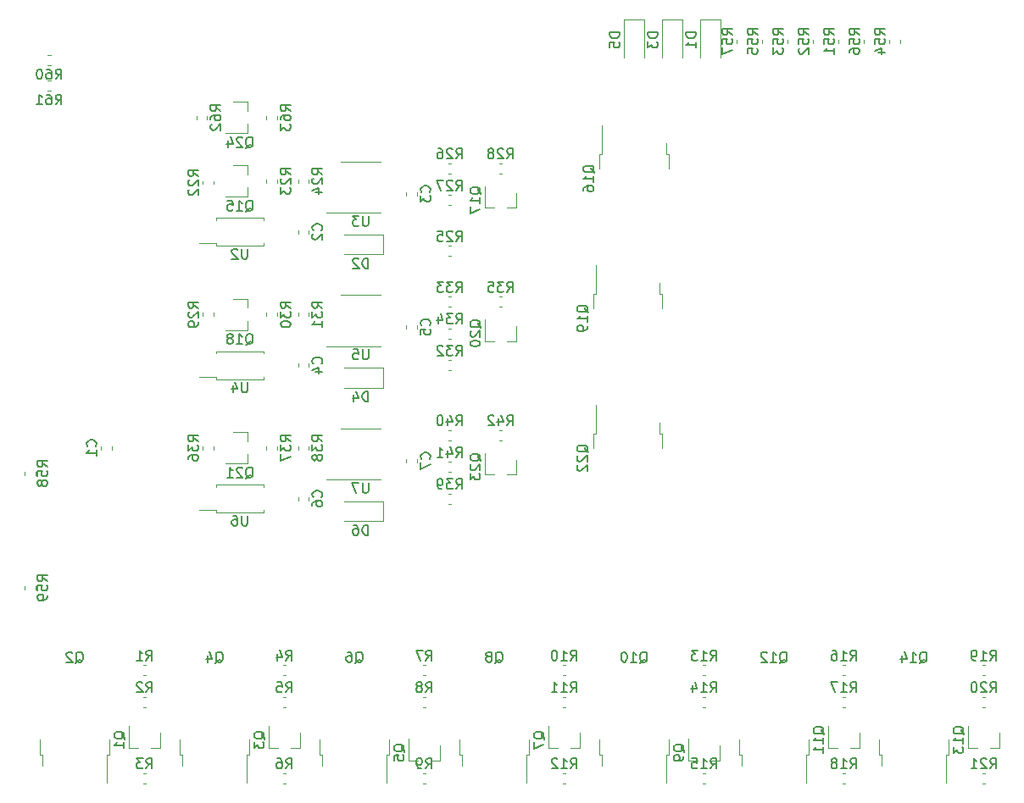
<source format=gbo>
%TF.GenerationSoftware,KiCad,Pcbnew,(5.1.6)-1*%
%TF.CreationDate,2020-09-10T20:04:36+09:00*%
%TF.ProjectId,ScoreBoradPCB,53636f72-6542-46f7-9261-645043422e6b,rev?*%
%TF.SameCoordinates,Original*%
%TF.FileFunction,Legend,Bot*%
%TF.FilePolarity,Positive*%
%FSLAX46Y46*%
G04 Gerber Fmt 4.6, Leading zero omitted, Abs format (unit mm)*
G04 Created by KiCad (PCBNEW (5.1.6)-1) date 2020-09-10 20:04:36*
%MOMM*%
%LPD*%
G01*
G04 APERTURE LIST*
%ADD10C,0.120000*%
%ADD11C,0.150000*%
G04 APERTURE END LIST*
D10*
%TO.C,U7*%
X134620000Y-111105000D02*
X136570000Y-111105000D01*
X134620000Y-111105000D02*
X132670000Y-111105000D01*
X134620000Y-116225000D02*
X136570000Y-116225000D01*
X134620000Y-116225000D02*
X131170000Y-116225000D01*
%TO.C,U6*%
X122555000Y-116700000D02*
X124940000Y-116700000D01*
X124940000Y-116700000D02*
X124940000Y-116940000D01*
X122555000Y-116700000D02*
X120170000Y-116700000D01*
X120170000Y-116700000D02*
X120170000Y-116940000D01*
X122555000Y-119520000D02*
X124940000Y-119520000D01*
X124940000Y-119520000D02*
X124940000Y-119280000D01*
X122555000Y-119520000D02*
X120170000Y-119520000D01*
X120170000Y-119520000D02*
X120170000Y-119280000D01*
X120170000Y-119280000D02*
X118505000Y-119280000D01*
%TO.C,U5*%
X134620000Y-97770000D02*
X136570000Y-97770000D01*
X134620000Y-97770000D02*
X132670000Y-97770000D01*
X134620000Y-102890000D02*
X136570000Y-102890000D01*
X134620000Y-102890000D02*
X131170000Y-102890000D01*
%TO.C,U4*%
X122555000Y-103365000D02*
X124940000Y-103365000D01*
X124940000Y-103365000D02*
X124940000Y-103605000D01*
X122555000Y-103365000D02*
X120170000Y-103365000D01*
X120170000Y-103365000D02*
X120170000Y-103605000D01*
X122555000Y-106185000D02*
X124940000Y-106185000D01*
X124940000Y-106185000D02*
X124940000Y-105945000D01*
X122555000Y-106185000D02*
X120170000Y-106185000D01*
X120170000Y-106185000D02*
X120170000Y-105945000D01*
X120170000Y-105945000D02*
X118505000Y-105945000D01*
%TO.C,U3*%
X134620000Y-84435000D02*
X136570000Y-84435000D01*
X134620000Y-84435000D02*
X132670000Y-84435000D01*
X134620000Y-89555000D02*
X136570000Y-89555000D01*
X134620000Y-89555000D02*
X131170000Y-89555000D01*
%TO.C,U2*%
X122555000Y-90030000D02*
X124940000Y-90030000D01*
X124940000Y-90030000D02*
X124940000Y-90270000D01*
X122555000Y-90030000D02*
X120170000Y-90030000D01*
X120170000Y-90030000D02*
X120170000Y-90270000D01*
X122555000Y-92850000D02*
X124940000Y-92850000D01*
X124940000Y-92850000D02*
X124940000Y-92610000D01*
X122555000Y-92850000D02*
X120170000Y-92850000D01*
X120170000Y-92850000D02*
X120170000Y-92610000D01*
X120170000Y-92610000D02*
X118505000Y-92610000D01*
%TO.C,R61*%
X103342221Y-77345000D02*
X103667779Y-77345000D01*
X103342221Y-76325000D02*
X103667779Y-76325000D01*
%TO.C,R60*%
X103342221Y-74805000D02*
X103667779Y-74805000D01*
X103342221Y-73785000D02*
X103667779Y-73785000D01*
%TO.C,R59*%
X101090000Y-126837221D02*
X101090000Y-127162779D01*
X102110000Y-126837221D02*
X102110000Y-127162779D01*
%TO.C,R58*%
X101090000Y-115407221D02*
X101090000Y-115732779D01*
X102110000Y-115407221D02*
X102110000Y-115732779D01*
%TO.C,R57*%
X172210000Y-72227221D02*
X172210000Y-72552779D01*
X173230000Y-72227221D02*
X173230000Y-72552779D01*
%TO.C,R56*%
X184910000Y-72227221D02*
X184910000Y-72552779D01*
X185930000Y-72227221D02*
X185930000Y-72552779D01*
%TO.C,R55*%
X174750000Y-72227221D02*
X174750000Y-72552779D01*
X175770000Y-72227221D02*
X175770000Y-72552779D01*
%TO.C,R54*%
X187450000Y-72227221D02*
X187450000Y-72552779D01*
X188470000Y-72227221D02*
X188470000Y-72552779D01*
%TO.C,R53*%
X177290000Y-72227221D02*
X177290000Y-72552779D01*
X178310000Y-72227221D02*
X178310000Y-72552779D01*
%TO.C,R52*%
X179830000Y-72227221D02*
X179830000Y-72552779D01*
X180850000Y-72227221D02*
X180850000Y-72552779D01*
%TO.C,R51*%
X182370000Y-72227221D02*
X182370000Y-72552779D01*
X183390000Y-72227221D02*
X183390000Y-72552779D01*
%TO.C,R63*%
X126240000Y-80172779D02*
X126240000Y-79847221D01*
X125220000Y-80172779D02*
X125220000Y-79847221D01*
%TO.C,R62*%
X119255000Y-80172779D02*
X119255000Y-79847221D01*
X118235000Y-80172779D02*
X118235000Y-79847221D01*
%TO.C,R42*%
X148752779Y-111250000D02*
X148427221Y-111250000D01*
X148752779Y-112270000D02*
X148427221Y-112270000D01*
%TO.C,R41*%
X143672779Y-114425000D02*
X143347221Y-114425000D01*
X143672779Y-115445000D02*
X143347221Y-115445000D01*
%TO.C,R40*%
X143672779Y-111250000D02*
X143347221Y-111250000D01*
X143672779Y-112270000D02*
X143347221Y-112270000D01*
%TO.C,R39*%
X143672779Y-117600000D02*
X143347221Y-117600000D01*
X143672779Y-118620000D02*
X143347221Y-118620000D01*
%TO.C,R38*%
X129415000Y-113192779D02*
X129415000Y-112867221D01*
X128395000Y-113192779D02*
X128395000Y-112867221D01*
%TO.C,R37*%
X126240000Y-113192779D02*
X126240000Y-112867221D01*
X125220000Y-113192779D02*
X125220000Y-112867221D01*
%TO.C,R36*%
X118870000Y-112867221D02*
X118870000Y-113192779D01*
X119890000Y-112867221D02*
X119890000Y-113192779D01*
%TO.C,R35*%
X148752779Y-97915000D02*
X148427221Y-97915000D01*
X148752779Y-98935000D02*
X148427221Y-98935000D01*
%TO.C,R34*%
X143672779Y-101090000D02*
X143347221Y-101090000D01*
X143672779Y-102110000D02*
X143347221Y-102110000D01*
%TO.C,R33*%
X143672779Y-97915000D02*
X143347221Y-97915000D01*
X143672779Y-98935000D02*
X143347221Y-98935000D01*
%TO.C,R32*%
X143672779Y-104265000D02*
X143347221Y-104265000D01*
X143672779Y-105285000D02*
X143347221Y-105285000D01*
%TO.C,R31*%
X129415000Y-99857779D02*
X129415000Y-99532221D01*
X128395000Y-99857779D02*
X128395000Y-99532221D01*
%TO.C,R30*%
X126240000Y-99857779D02*
X126240000Y-99532221D01*
X125220000Y-99857779D02*
X125220000Y-99532221D01*
%TO.C,R29*%
X118870000Y-99532221D02*
X118870000Y-99857779D01*
X119890000Y-99532221D02*
X119890000Y-99857779D01*
%TO.C,R28*%
X148752779Y-84580000D02*
X148427221Y-84580000D01*
X148752779Y-85600000D02*
X148427221Y-85600000D01*
%TO.C,R27*%
X143672779Y-87755000D02*
X143347221Y-87755000D01*
X143672779Y-88775000D02*
X143347221Y-88775000D01*
%TO.C,R26*%
X143672779Y-84580000D02*
X143347221Y-84580000D01*
X143672779Y-85600000D02*
X143347221Y-85600000D01*
%TO.C,R25*%
X143672779Y-92835000D02*
X143347221Y-92835000D01*
X143672779Y-93855000D02*
X143347221Y-93855000D01*
%TO.C,R24*%
X129415000Y-86522779D02*
X129415000Y-86197221D01*
X128395000Y-86522779D02*
X128395000Y-86197221D01*
%TO.C,R23*%
X126240000Y-86522779D02*
X126240000Y-86197221D01*
X125220000Y-86522779D02*
X125220000Y-86197221D01*
%TO.C,R22*%
X118870000Y-86349721D02*
X118870000Y-86675279D01*
X119890000Y-86349721D02*
X119890000Y-86675279D01*
%TO.C,R21*%
X197012779Y-145540000D02*
X196687221Y-145540000D01*
X197012779Y-146560000D02*
X196687221Y-146560000D01*
%TO.C,R20*%
X197012779Y-137920000D02*
X196687221Y-137920000D01*
X197012779Y-138940000D02*
X196687221Y-138940000D01*
%TO.C,R19*%
X197012779Y-134745000D02*
X196687221Y-134745000D01*
X197012779Y-135765000D02*
X196687221Y-135765000D01*
%TO.C,R18*%
X183042779Y-145540000D02*
X182717221Y-145540000D01*
X183042779Y-146560000D02*
X182717221Y-146560000D01*
%TO.C,R17*%
X183042779Y-137920000D02*
X182717221Y-137920000D01*
X183042779Y-138940000D02*
X182717221Y-138940000D01*
%TO.C,R16*%
X183042779Y-134745000D02*
X182717221Y-134745000D01*
X183042779Y-135765000D02*
X182717221Y-135765000D01*
%TO.C,R15*%
X169072779Y-145540000D02*
X168747221Y-145540000D01*
X169072779Y-146560000D02*
X168747221Y-146560000D01*
%TO.C,R14*%
X169072779Y-137920000D02*
X168747221Y-137920000D01*
X169072779Y-138940000D02*
X168747221Y-138940000D01*
%TO.C,R13*%
X169072779Y-134745000D02*
X168747221Y-134745000D01*
X169072779Y-135765000D02*
X168747221Y-135765000D01*
%TO.C,R12*%
X155102779Y-145540000D02*
X154777221Y-145540000D01*
X155102779Y-146560000D02*
X154777221Y-146560000D01*
%TO.C,R11*%
X155102779Y-137920000D02*
X154777221Y-137920000D01*
X155102779Y-138940000D02*
X154777221Y-138940000D01*
%TO.C,R10*%
X155102779Y-134745000D02*
X154777221Y-134745000D01*
X155102779Y-135765000D02*
X154777221Y-135765000D01*
%TO.C,R9*%
X141132779Y-145540000D02*
X140807221Y-145540000D01*
X141132779Y-146560000D02*
X140807221Y-146560000D01*
%TO.C,R8*%
X141132779Y-137920000D02*
X140807221Y-137920000D01*
X141132779Y-138940000D02*
X140807221Y-138940000D01*
%TO.C,R7*%
X141132779Y-134745000D02*
X140807221Y-134745000D01*
X141132779Y-135765000D02*
X140807221Y-135765000D01*
%TO.C,R6*%
X127162779Y-145540000D02*
X126837221Y-145540000D01*
X127162779Y-146560000D02*
X126837221Y-146560000D01*
%TO.C,R5*%
X127162779Y-137920000D02*
X126837221Y-137920000D01*
X127162779Y-138940000D02*
X126837221Y-138940000D01*
%TO.C,R4*%
X127162779Y-134745000D02*
X126837221Y-134745000D01*
X127162779Y-135765000D02*
X126837221Y-135765000D01*
%TO.C,R3*%
X113192779Y-145540000D02*
X112867221Y-145540000D01*
X113192779Y-146560000D02*
X112867221Y-146560000D01*
%TO.C,R2*%
X113192779Y-137920000D02*
X112867221Y-137920000D01*
X113192779Y-138940000D02*
X112867221Y-138940000D01*
%TO.C,R1*%
X113192779Y-134745000D02*
X112867221Y-134745000D01*
X113192779Y-135765000D02*
X112867221Y-135765000D01*
%TO.C,Q24*%
X123315000Y-78430000D02*
X123315000Y-79360000D01*
X123315000Y-81590000D02*
X123315000Y-80660000D01*
X123315000Y-81590000D02*
X121155000Y-81590000D01*
X123315000Y-78430000D02*
X121855000Y-78430000D01*
%TO.C,Q23*%
X150170000Y-115695000D02*
X149240000Y-115695000D01*
X147010000Y-115695000D02*
X147940000Y-115695000D01*
X147010000Y-115695000D02*
X147010000Y-113535000D01*
X150170000Y-115695000D02*
X150170000Y-114235000D01*
%TO.C,Q22*%
X157840000Y-113085000D02*
X157840000Y-111585000D01*
X157840000Y-111585000D02*
X158110000Y-111585000D01*
X158110000Y-111585000D02*
X158110000Y-108755000D01*
X164740000Y-113085000D02*
X164740000Y-111585000D01*
X164740000Y-111585000D02*
X164470000Y-111585000D01*
X164470000Y-111585000D02*
X164470000Y-110485000D01*
%TO.C,Q21*%
X123315000Y-111450000D02*
X123315000Y-112380000D01*
X123315000Y-114610000D02*
X123315000Y-113680000D01*
X123315000Y-114610000D02*
X121155000Y-114610000D01*
X123315000Y-111450000D02*
X121855000Y-111450000D01*
%TO.C,Q20*%
X150170000Y-102360000D02*
X149240000Y-102360000D01*
X147010000Y-102360000D02*
X147940000Y-102360000D01*
X147010000Y-102360000D02*
X147010000Y-100200000D01*
X150170000Y-102360000D02*
X150170000Y-100900000D01*
%TO.C,Q19*%
X157840000Y-99115000D02*
X157840000Y-97615000D01*
X157840000Y-97615000D02*
X158110000Y-97615000D01*
X158110000Y-97615000D02*
X158110000Y-94785000D01*
X164740000Y-99115000D02*
X164740000Y-97615000D01*
X164740000Y-97615000D02*
X164470000Y-97615000D01*
X164470000Y-97615000D02*
X164470000Y-96515000D01*
%TO.C,Q18*%
X123315000Y-98115000D02*
X123315000Y-99045000D01*
X123315000Y-101275000D02*
X123315000Y-100345000D01*
X123315000Y-101275000D02*
X121155000Y-101275000D01*
X123315000Y-98115000D02*
X121855000Y-98115000D01*
%TO.C,Q17*%
X150170000Y-89025000D02*
X149240000Y-89025000D01*
X147010000Y-89025000D02*
X147940000Y-89025000D01*
X147010000Y-89025000D02*
X147010000Y-86865000D01*
X150170000Y-89025000D02*
X150170000Y-87565000D01*
%TO.C,Q16*%
X158475000Y-85145000D02*
X158475000Y-83645000D01*
X158475000Y-83645000D02*
X158745000Y-83645000D01*
X158745000Y-83645000D02*
X158745000Y-80815000D01*
X165375000Y-85145000D02*
X165375000Y-83645000D01*
X165375000Y-83645000D02*
X165105000Y-83645000D01*
X165105000Y-83645000D02*
X165105000Y-82545000D01*
%TO.C,Q15*%
X123315000Y-84780000D02*
X123315000Y-85710000D01*
X123315000Y-87940000D02*
X123315000Y-87010000D01*
X123315000Y-87940000D02*
X121155000Y-87940000D01*
X123315000Y-84780000D02*
X121855000Y-84780000D01*
%TO.C,Q14*%
X193315000Y-142185000D02*
X193315000Y-143685000D01*
X193315000Y-143685000D02*
X193045000Y-143685000D01*
X193045000Y-143685000D02*
X193045000Y-146515000D01*
X186415000Y-142185000D02*
X186415000Y-143685000D01*
X186415000Y-143685000D02*
X186685000Y-143685000D01*
X186685000Y-143685000D02*
X186685000Y-144785000D01*
%TO.C,Q13*%
X198430000Y-143000000D02*
X197500000Y-143000000D01*
X195270000Y-143000000D02*
X196200000Y-143000000D01*
X195270000Y-143000000D02*
X195270000Y-140840000D01*
X198430000Y-143000000D02*
X198430000Y-141540000D01*
%TO.C,Q12*%
X179345000Y-142185000D02*
X179345000Y-143685000D01*
X179345000Y-143685000D02*
X179075000Y-143685000D01*
X179075000Y-143685000D02*
X179075000Y-146515000D01*
X172445000Y-142185000D02*
X172445000Y-143685000D01*
X172445000Y-143685000D02*
X172715000Y-143685000D01*
X172715000Y-143685000D02*
X172715000Y-144785000D01*
%TO.C,Q11*%
X184460000Y-143000000D02*
X183530000Y-143000000D01*
X181300000Y-143000000D02*
X182230000Y-143000000D01*
X181300000Y-143000000D02*
X181300000Y-140840000D01*
X184460000Y-143000000D02*
X184460000Y-141540000D01*
%TO.C,Q10*%
X165375000Y-142185000D02*
X165375000Y-143685000D01*
X165375000Y-143685000D02*
X165105000Y-143685000D01*
X165105000Y-143685000D02*
X165105000Y-146515000D01*
X158475000Y-142185000D02*
X158475000Y-143685000D01*
X158475000Y-143685000D02*
X158745000Y-143685000D01*
X158745000Y-143685000D02*
X158745000Y-144785000D01*
%TO.C,Q9*%
X170490000Y-144270000D02*
X169560000Y-144270000D01*
X167330000Y-144270000D02*
X168260000Y-144270000D01*
X167330000Y-144270000D02*
X167330000Y-142110000D01*
X170490000Y-144270000D02*
X170490000Y-142810000D01*
%TO.C,Q8*%
X151405000Y-142185000D02*
X151405000Y-143685000D01*
X151405000Y-143685000D02*
X151135000Y-143685000D01*
X151135000Y-143685000D02*
X151135000Y-146515000D01*
X144505000Y-142185000D02*
X144505000Y-143685000D01*
X144505000Y-143685000D02*
X144775000Y-143685000D01*
X144775000Y-143685000D02*
X144775000Y-144785000D01*
%TO.C,Q7*%
X156520000Y-143000000D02*
X155590000Y-143000000D01*
X153360000Y-143000000D02*
X154290000Y-143000000D01*
X153360000Y-143000000D02*
X153360000Y-140840000D01*
X156520000Y-143000000D02*
X156520000Y-141540000D01*
%TO.C,Q6*%
X137435000Y-142185000D02*
X137435000Y-143685000D01*
X137435000Y-143685000D02*
X137165000Y-143685000D01*
X137165000Y-143685000D02*
X137165000Y-146515000D01*
X130535000Y-142185000D02*
X130535000Y-143685000D01*
X130535000Y-143685000D02*
X130805000Y-143685000D01*
X130805000Y-143685000D02*
X130805000Y-144785000D01*
%TO.C,Q5*%
X142550000Y-144270000D02*
X141620000Y-144270000D01*
X139390000Y-144270000D02*
X140320000Y-144270000D01*
X139390000Y-144270000D02*
X139390000Y-142110000D01*
X142550000Y-144270000D02*
X142550000Y-142810000D01*
%TO.C,Q4*%
X123465000Y-142185000D02*
X123465000Y-143685000D01*
X123465000Y-143685000D02*
X123195000Y-143685000D01*
X123195000Y-143685000D02*
X123195000Y-146515000D01*
X116565000Y-142185000D02*
X116565000Y-143685000D01*
X116565000Y-143685000D02*
X116835000Y-143685000D01*
X116835000Y-143685000D02*
X116835000Y-144785000D01*
%TO.C,Q3*%
X128580000Y-143000000D02*
X127650000Y-143000000D01*
X125420000Y-143000000D02*
X126350000Y-143000000D01*
X125420000Y-143000000D02*
X125420000Y-140840000D01*
X128580000Y-143000000D02*
X128580000Y-141540000D01*
%TO.C,Q2*%
X109495000Y-142185000D02*
X109495000Y-143685000D01*
X109495000Y-143685000D02*
X109225000Y-143685000D01*
X109225000Y-143685000D02*
X109225000Y-146515000D01*
X102595000Y-142185000D02*
X102595000Y-143685000D01*
X102595000Y-143685000D02*
X102865000Y-143685000D01*
X102865000Y-143685000D02*
X102865000Y-144785000D01*
%TO.C,Q1*%
X114610000Y-143000000D02*
X113680000Y-143000000D01*
X111450000Y-143000000D02*
X112380000Y-143000000D01*
X111450000Y-143000000D02*
X111450000Y-140840000D01*
X114610000Y-143000000D02*
X114610000Y-141540000D01*
%TO.C,D6*%
X136820000Y-118380000D02*
X136820000Y-120380000D01*
X136820000Y-120380000D02*
X132970000Y-120380000D01*
X136820000Y-118380000D02*
X132970000Y-118380000D01*
%TO.C,D5*%
X160925000Y-70190000D02*
X162925000Y-70190000D01*
X162925000Y-70190000D02*
X162925000Y-74040000D01*
X160925000Y-70190000D02*
X160925000Y-74040000D01*
%TO.C,D4*%
X136820000Y-105045000D02*
X136820000Y-107045000D01*
X136820000Y-107045000D02*
X132970000Y-107045000D01*
X136820000Y-105045000D02*
X132970000Y-105045000D01*
%TO.C,D3*%
X164735000Y-70190000D02*
X166735000Y-70190000D01*
X166735000Y-70190000D02*
X166735000Y-74040000D01*
X164735000Y-70190000D02*
X164735000Y-74040000D01*
%TO.C,D2*%
X136820000Y-91710000D02*
X136820000Y-93710000D01*
X136820000Y-93710000D02*
X132970000Y-93710000D01*
X136820000Y-91710000D02*
X132970000Y-91710000D01*
%TO.C,D1*%
X168545000Y-70190000D02*
X170545000Y-70190000D01*
X170545000Y-70190000D02*
X170545000Y-74040000D01*
X168545000Y-70190000D02*
X168545000Y-74040000D01*
%TO.C,C7*%
X140210000Y-114462779D02*
X140210000Y-114137221D01*
X139190000Y-114462779D02*
X139190000Y-114137221D01*
%TO.C,C6*%
X129415000Y-118272779D02*
X129415000Y-117947221D01*
X128395000Y-118272779D02*
X128395000Y-117947221D01*
%TO.C,C5*%
X140210000Y-101127779D02*
X140210000Y-100802221D01*
X139190000Y-101127779D02*
X139190000Y-100802221D01*
%TO.C,C4*%
X129415000Y-104937779D02*
X129415000Y-104612221D01*
X128395000Y-104937779D02*
X128395000Y-104612221D01*
%TO.C,C3*%
X140210000Y-87792779D02*
X140210000Y-87467221D01*
X139190000Y-87792779D02*
X139190000Y-87467221D01*
%TO.C,C2*%
X129415000Y-91602779D02*
X129415000Y-91277221D01*
X128395000Y-91602779D02*
X128395000Y-91277221D01*
%TO.C,C1*%
X108710000Y-112867221D02*
X108710000Y-113192779D01*
X109730000Y-112867221D02*
X109730000Y-113192779D01*
%TO.C,U7*%
D11*
X135381904Y-116517380D02*
X135381904Y-117326904D01*
X135334285Y-117422142D01*
X135286666Y-117469761D01*
X135191428Y-117517380D01*
X135000952Y-117517380D01*
X134905714Y-117469761D01*
X134858095Y-117422142D01*
X134810476Y-117326904D01*
X134810476Y-116517380D01*
X134429523Y-116517380D02*
X133762857Y-116517380D01*
X134191428Y-117517380D01*
%TO.C,U6*%
X123316904Y-119812380D02*
X123316904Y-120621904D01*
X123269285Y-120717142D01*
X123221666Y-120764761D01*
X123126428Y-120812380D01*
X122935952Y-120812380D01*
X122840714Y-120764761D01*
X122793095Y-120717142D01*
X122745476Y-120621904D01*
X122745476Y-119812380D01*
X121840714Y-119812380D02*
X122031190Y-119812380D01*
X122126428Y-119860000D01*
X122174047Y-119907619D01*
X122269285Y-120050476D01*
X122316904Y-120240952D01*
X122316904Y-120621904D01*
X122269285Y-120717142D01*
X122221666Y-120764761D01*
X122126428Y-120812380D01*
X121935952Y-120812380D01*
X121840714Y-120764761D01*
X121793095Y-120717142D01*
X121745476Y-120621904D01*
X121745476Y-120383809D01*
X121793095Y-120288571D01*
X121840714Y-120240952D01*
X121935952Y-120193333D01*
X122126428Y-120193333D01*
X122221666Y-120240952D01*
X122269285Y-120288571D01*
X122316904Y-120383809D01*
%TO.C,U5*%
X135381904Y-103182380D02*
X135381904Y-103991904D01*
X135334285Y-104087142D01*
X135286666Y-104134761D01*
X135191428Y-104182380D01*
X135000952Y-104182380D01*
X134905714Y-104134761D01*
X134858095Y-104087142D01*
X134810476Y-103991904D01*
X134810476Y-103182380D01*
X133858095Y-103182380D02*
X134334285Y-103182380D01*
X134381904Y-103658571D01*
X134334285Y-103610952D01*
X134239047Y-103563333D01*
X134000952Y-103563333D01*
X133905714Y-103610952D01*
X133858095Y-103658571D01*
X133810476Y-103753809D01*
X133810476Y-103991904D01*
X133858095Y-104087142D01*
X133905714Y-104134761D01*
X134000952Y-104182380D01*
X134239047Y-104182380D01*
X134334285Y-104134761D01*
X134381904Y-104087142D01*
%TO.C,U4*%
X123316904Y-106477380D02*
X123316904Y-107286904D01*
X123269285Y-107382142D01*
X123221666Y-107429761D01*
X123126428Y-107477380D01*
X122935952Y-107477380D01*
X122840714Y-107429761D01*
X122793095Y-107382142D01*
X122745476Y-107286904D01*
X122745476Y-106477380D01*
X121840714Y-106810714D02*
X121840714Y-107477380D01*
X122078809Y-106429761D02*
X122316904Y-107144047D01*
X121697857Y-107144047D01*
%TO.C,U3*%
X135381904Y-89847380D02*
X135381904Y-90656904D01*
X135334285Y-90752142D01*
X135286666Y-90799761D01*
X135191428Y-90847380D01*
X135000952Y-90847380D01*
X134905714Y-90799761D01*
X134858095Y-90752142D01*
X134810476Y-90656904D01*
X134810476Y-89847380D01*
X134429523Y-89847380D02*
X133810476Y-89847380D01*
X134143809Y-90228333D01*
X134000952Y-90228333D01*
X133905714Y-90275952D01*
X133858095Y-90323571D01*
X133810476Y-90418809D01*
X133810476Y-90656904D01*
X133858095Y-90752142D01*
X133905714Y-90799761D01*
X134000952Y-90847380D01*
X134286666Y-90847380D01*
X134381904Y-90799761D01*
X134429523Y-90752142D01*
%TO.C,U2*%
X123316904Y-93142380D02*
X123316904Y-93951904D01*
X123269285Y-94047142D01*
X123221666Y-94094761D01*
X123126428Y-94142380D01*
X122935952Y-94142380D01*
X122840714Y-94094761D01*
X122793095Y-94047142D01*
X122745476Y-93951904D01*
X122745476Y-93142380D01*
X122316904Y-93237619D02*
X122269285Y-93190000D01*
X122174047Y-93142380D01*
X121935952Y-93142380D01*
X121840714Y-93190000D01*
X121793095Y-93237619D01*
X121745476Y-93332857D01*
X121745476Y-93428095D01*
X121793095Y-93570952D01*
X122364523Y-94142380D01*
X121745476Y-94142380D01*
%TO.C,R61*%
X104147857Y-78717380D02*
X104481190Y-78241190D01*
X104719285Y-78717380D02*
X104719285Y-77717380D01*
X104338333Y-77717380D01*
X104243095Y-77765000D01*
X104195476Y-77812619D01*
X104147857Y-77907857D01*
X104147857Y-78050714D01*
X104195476Y-78145952D01*
X104243095Y-78193571D01*
X104338333Y-78241190D01*
X104719285Y-78241190D01*
X103290714Y-77717380D02*
X103481190Y-77717380D01*
X103576428Y-77765000D01*
X103624047Y-77812619D01*
X103719285Y-77955476D01*
X103766904Y-78145952D01*
X103766904Y-78526904D01*
X103719285Y-78622142D01*
X103671666Y-78669761D01*
X103576428Y-78717380D01*
X103385952Y-78717380D01*
X103290714Y-78669761D01*
X103243095Y-78622142D01*
X103195476Y-78526904D01*
X103195476Y-78288809D01*
X103243095Y-78193571D01*
X103290714Y-78145952D01*
X103385952Y-78098333D01*
X103576428Y-78098333D01*
X103671666Y-78145952D01*
X103719285Y-78193571D01*
X103766904Y-78288809D01*
X102243095Y-78717380D02*
X102814523Y-78717380D01*
X102528809Y-78717380D02*
X102528809Y-77717380D01*
X102624047Y-77860238D01*
X102719285Y-77955476D01*
X102814523Y-78003095D01*
%TO.C,R60*%
X104147857Y-76177380D02*
X104481190Y-75701190D01*
X104719285Y-76177380D02*
X104719285Y-75177380D01*
X104338333Y-75177380D01*
X104243095Y-75225000D01*
X104195476Y-75272619D01*
X104147857Y-75367857D01*
X104147857Y-75510714D01*
X104195476Y-75605952D01*
X104243095Y-75653571D01*
X104338333Y-75701190D01*
X104719285Y-75701190D01*
X103290714Y-75177380D02*
X103481190Y-75177380D01*
X103576428Y-75225000D01*
X103624047Y-75272619D01*
X103719285Y-75415476D01*
X103766904Y-75605952D01*
X103766904Y-75986904D01*
X103719285Y-76082142D01*
X103671666Y-76129761D01*
X103576428Y-76177380D01*
X103385952Y-76177380D01*
X103290714Y-76129761D01*
X103243095Y-76082142D01*
X103195476Y-75986904D01*
X103195476Y-75748809D01*
X103243095Y-75653571D01*
X103290714Y-75605952D01*
X103385952Y-75558333D01*
X103576428Y-75558333D01*
X103671666Y-75605952D01*
X103719285Y-75653571D01*
X103766904Y-75748809D01*
X102576428Y-75177380D02*
X102481190Y-75177380D01*
X102385952Y-75225000D01*
X102338333Y-75272619D01*
X102290714Y-75367857D01*
X102243095Y-75558333D01*
X102243095Y-75796428D01*
X102290714Y-75986904D01*
X102338333Y-76082142D01*
X102385952Y-76129761D01*
X102481190Y-76177380D01*
X102576428Y-76177380D01*
X102671666Y-76129761D01*
X102719285Y-76082142D01*
X102766904Y-75986904D01*
X102814523Y-75796428D01*
X102814523Y-75558333D01*
X102766904Y-75367857D01*
X102719285Y-75272619D01*
X102671666Y-75225000D01*
X102576428Y-75177380D01*
%TO.C,R59*%
X103322380Y-126357142D02*
X102846190Y-126023809D01*
X103322380Y-125785714D02*
X102322380Y-125785714D01*
X102322380Y-126166666D01*
X102370000Y-126261904D01*
X102417619Y-126309523D01*
X102512857Y-126357142D01*
X102655714Y-126357142D01*
X102750952Y-126309523D01*
X102798571Y-126261904D01*
X102846190Y-126166666D01*
X102846190Y-125785714D01*
X102322380Y-127261904D02*
X102322380Y-126785714D01*
X102798571Y-126738095D01*
X102750952Y-126785714D01*
X102703333Y-126880952D01*
X102703333Y-127119047D01*
X102750952Y-127214285D01*
X102798571Y-127261904D01*
X102893809Y-127309523D01*
X103131904Y-127309523D01*
X103227142Y-127261904D01*
X103274761Y-127214285D01*
X103322380Y-127119047D01*
X103322380Y-126880952D01*
X103274761Y-126785714D01*
X103227142Y-126738095D01*
X103322380Y-127785714D02*
X103322380Y-127976190D01*
X103274761Y-128071428D01*
X103227142Y-128119047D01*
X103084285Y-128214285D01*
X102893809Y-128261904D01*
X102512857Y-128261904D01*
X102417619Y-128214285D01*
X102370000Y-128166666D01*
X102322380Y-128071428D01*
X102322380Y-127880952D01*
X102370000Y-127785714D01*
X102417619Y-127738095D01*
X102512857Y-127690476D01*
X102750952Y-127690476D01*
X102846190Y-127738095D01*
X102893809Y-127785714D01*
X102941428Y-127880952D01*
X102941428Y-128071428D01*
X102893809Y-128166666D01*
X102846190Y-128214285D01*
X102750952Y-128261904D01*
%TO.C,R58*%
X103322380Y-114927142D02*
X102846190Y-114593809D01*
X103322380Y-114355714D02*
X102322380Y-114355714D01*
X102322380Y-114736666D01*
X102370000Y-114831904D01*
X102417619Y-114879523D01*
X102512857Y-114927142D01*
X102655714Y-114927142D01*
X102750952Y-114879523D01*
X102798571Y-114831904D01*
X102846190Y-114736666D01*
X102846190Y-114355714D01*
X102322380Y-115831904D02*
X102322380Y-115355714D01*
X102798571Y-115308095D01*
X102750952Y-115355714D01*
X102703333Y-115450952D01*
X102703333Y-115689047D01*
X102750952Y-115784285D01*
X102798571Y-115831904D01*
X102893809Y-115879523D01*
X103131904Y-115879523D01*
X103227142Y-115831904D01*
X103274761Y-115784285D01*
X103322380Y-115689047D01*
X103322380Y-115450952D01*
X103274761Y-115355714D01*
X103227142Y-115308095D01*
X102750952Y-116450952D02*
X102703333Y-116355714D01*
X102655714Y-116308095D01*
X102560476Y-116260476D01*
X102512857Y-116260476D01*
X102417619Y-116308095D01*
X102370000Y-116355714D01*
X102322380Y-116450952D01*
X102322380Y-116641428D01*
X102370000Y-116736666D01*
X102417619Y-116784285D01*
X102512857Y-116831904D01*
X102560476Y-116831904D01*
X102655714Y-116784285D01*
X102703333Y-116736666D01*
X102750952Y-116641428D01*
X102750952Y-116450952D01*
X102798571Y-116355714D01*
X102846190Y-116308095D01*
X102941428Y-116260476D01*
X103131904Y-116260476D01*
X103227142Y-116308095D01*
X103274761Y-116355714D01*
X103322380Y-116450952D01*
X103322380Y-116641428D01*
X103274761Y-116736666D01*
X103227142Y-116784285D01*
X103131904Y-116831904D01*
X102941428Y-116831904D01*
X102846190Y-116784285D01*
X102798571Y-116736666D01*
X102750952Y-116641428D01*
%TO.C,R57*%
X171742380Y-71747142D02*
X171266190Y-71413809D01*
X171742380Y-71175714D02*
X170742380Y-71175714D01*
X170742380Y-71556666D01*
X170790000Y-71651904D01*
X170837619Y-71699523D01*
X170932857Y-71747142D01*
X171075714Y-71747142D01*
X171170952Y-71699523D01*
X171218571Y-71651904D01*
X171266190Y-71556666D01*
X171266190Y-71175714D01*
X170742380Y-72651904D02*
X170742380Y-72175714D01*
X171218571Y-72128095D01*
X171170952Y-72175714D01*
X171123333Y-72270952D01*
X171123333Y-72509047D01*
X171170952Y-72604285D01*
X171218571Y-72651904D01*
X171313809Y-72699523D01*
X171551904Y-72699523D01*
X171647142Y-72651904D01*
X171694761Y-72604285D01*
X171742380Y-72509047D01*
X171742380Y-72270952D01*
X171694761Y-72175714D01*
X171647142Y-72128095D01*
X170742380Y-73032857D02*
X170742380Y-73699523D01*
X171742380Y-73270952D01*
%TO.C,R56*%
X184442380Y-71747142D02*
X183966190Y-71413809D01*
X184442380Y-71175714D02*
X183442380Y-71175714D01*
X183442380Y-71556666D01*
X183490000Y-71651904D01*
X183537619Y-71699523D01*
X183632857Y-71747142D01*
X183775714Y-71747142D01*
X183870952Y-71699523D01*
X183918571Y-71651904D01*
X183966190Y-71556666D01*
X183966190Y-71175714D01*
X183442380Y-72651904D02*
X183442380Y-72175714D01*
X183918571Y-72128095D01*
X183870952Y-72175714D01*
X183823333Y-72270952D01*
X183823333Y-72509047D01*
X183870952Y-72604285D01*
X183918571Y-72651904D01*
X184013809Y-72699523D01*
X184251904Y-72699523D01*
X184347142Y-72651904D01*
X184394761Y-72604285D01*
X184442380Y-72509047D01*
X184442380Y-72270952D01*
X184394761Y-72175714D01*
X184347142Y-72128095D01*
X183442380Y-73556666D02*
X183442380Y-73366190D01*
X183490000Y-73270952D01*
X183537619Y-73223333D01*
X183680476Y-73128095D01*
X183870952Y-73080476D01*
X184251904Y-73080476D01*
X184347142Y-73128095D01*
X184394761Y-73175714D01*
X184442380Y-73270952D01*
X184442380Y-73461428D01*
X184394761Y-73556666D01*
X184347142Y-73604285D01*
X184251904Y-73651904D01*
X184013809Y-73651904D01*
X183918571Y-73604285D01*
X183870952Y-73556666D01*
X183823333Y-73461428D01*
X183823333Y-73270952D01*
X183870952Y-73175714D01*
X183918571Y-73128095D01*
X184013809Y-73080476D01*
%TO.C,R55*%
X174282380Y-71747142D02*
X173806190Y-71413809D01*
X174282380Y-71175714D02*
X173282380Y-71175714D01*
X173282380Y-71556666D01*
X173330000Y-71651904D01*
X173377619Y-71699523D01*
X173472857Y-71747142D01*
X173615714Y-71747142D01*
X173710952Y-71699523D01*
X173758571Y-71651904D01*
X173806190Y-71556666D01*
X173806190Y-71175714D01*
X173282380Y-72651904D02*
X173282380Y-72175714D01*
X173758571Y-72128095D01*
X173710952Y-72175714D01*
X173663333Y-72270952D01*
X173663333Y-72509047D01*
X173710952Y-72604285D01*
X173758571Y-72651904D01*
X173853809Y-72699523D01*
X174091904Y-72699523D01*
X174187142Y-72651904D01*
X174234761Y-72604285D01*
X174282380Y-72509047D01*
X174282380Y-72270952D01*
X174234761Y-72175714D01*
X174187142Y-72128095D01*
X173282380Y-73604285D02*
X173282380Y-73128095D01*
X173758571Y-73080476D01*
X173710952Y-73128095D01*
X173663333Y-73223333D01*
X173663333Y-73461428D01*
X173710952Y-73556666D01*
X173758571Y-73604285D01*
X173853809Y-73651904D01*
X174091904Y-73651904D01*
X174187142Y-73604285D01*
X174234761Y-73556666D01*
X174282380Y-73461428D01*
X174282380Y-73223333D01*
X174234761Y-73128095D01*
X174187142Y-73080476D01*
%TO.C,R54*%
X186982380Y-71747142D02*
X186506190Y-71413809D01*
X186982380Y-71175714D02*
X185982380Y-71175714D01*
X185982380Y-71556666D01*
X186030000Y-71651904D01*
X186077619Y-71699523D01*
X186172857Y-71747142D01*
X186315714Y-71747142D01*
X186410952Y-71699523D01*
X186458571Y-71651904D01*
X186506190Y-71556666D01*
X186506190Y-71175714D01*
X185982380Y-72651904D02*
X185982380Y-72175714D01*
X186458571Y-72128095D01*
X186410952Y-72175714D01*
X186363333Y-72270952D01*
X186363333Y-72509047D01*
X186410952Y-72604285D01*
X186458571Y-72651904D01*
X186553809Y-72699523D01*
X186791904Y-72699523D01*
X186887142Y-72651904D01*
X186934761Y-72604285D01*
X186982380Y-72509047D01*
X186982380Y-72270952D01*
X186934761Y-72175714D01*
X186887142Y-72128095D01*
X186315714Y-73556666D02*
X186982380Y-73556666D01*
X185934761Y-73318571D02*
X186649047Y-73080476D01*
X186649047Y-73699523D01*
%TO.C,R53*%
X176822380Y-71747142D02*
X176346190Y-71413809D01*
X176822380Y-71175714D02*
X175822380Y-71175714D01*
X175822380Y-71556666D01*
X175870000Y-71651904D01*
X175917619Y-71699523D01*
X176012857Y-71747142D01*
X176155714Y-71747142D01*
X176250952Y-71699523D01*
X176298571Y-71651904D01*
X176346190Y-71556666D01*
X176346190Y-71175714D01*
X175822380Y-72651904D02*
X175822380Y-72175714D01*
X176298571Y-72128095D01*
X176250952Y-72175714D01*
X176203333Y-72270952D01*
X176203333Y-72509047D01*
X176250952Y-72604285D01*
X176298571Y-72651904D01*
X176393809Y-72699523D01*
X176631904Y-72699523D01*
X176727142Y-72651904D01*
X176774761Y-72604285D01*
X176822380Y-72509047D01*
X176822380Y-72270952D01*
X176774761Y-72175714D01*
X176727142Y-72128095D01*
X175822380Y-73032857D02*
X175822380Y-73651904D01*
X176203333Y-73318571D01*
X176203333Y-73461428D01*
X176250952Y-73556666D01*
X176298571Y-73604285D01*
X176393809Y-73651904D01*
X176631904Y-73651904D01*
X176727142Y-73604285D01*
X176774761Y-73556666D01*
X176822380Y-73461428D01*
X176822380Y-73175714D01*
X176774761Y-73080476D01*
X176727142Y-73032857D01*
%TO.C,R52*%
X179362380Y-71747142D02*
X178886190Y-71413809D01*
X179362380Y-71175714D02*
X178362380Y-71175714D01*
X178362380Y-71556666D01*
X178410000Y-71651904D01*
X178457619Y-71699523D01*
X178552857Y-71747142D01*
X178695714Y-71747142D01*
X178790952Y-71699523D01*
X178838571Y-71651904D01*
X178886190Y-71556666D01*
X178886190Y-71175714D01*
X178362380Y-72651904D02*
X178362380Y-72175714D01*
X178838571Y-72128095D01*
X178790952Y-72175714D01*
X178743333Y-72270952D01*
X178743333Y-72509047D01*
X178790952Y-72604285D01*
X178838571Y-72651904D01*
X178933809Y-72699523D01*
X179171904Y-72699523D01*
X179267142Y-72651904D01*
X179314761Y-72604285D01*
X179362380Y-72509047D01*
X179362380Y-72270952D01*
X179314761Y-72175714D01*
X179267142Y-72128095D01*
X178457619Y-73080476D02*
X178410000Y-73128095D01*
X178362380Y-73223333D01*
X178362380Y-73461428D01*
X178410000Y-73556666D01*
X178457619Y-73604285D01*
X178552857Y-73651904D01*
X178648095Y-73651904D01*
X178790952Y-73604285D01*
X179362380Y-73032857D01*
X179362380Y-73651904D01*
%TO.C,R51*%
X181902380Y-71747142D02*
X181426190Y-71413809D01*
X181902380Y-71175714D02*
X180902380Y-71175714D01*
X180902380Y-71556666D01*
X180950000Y-71651904D01*
X180997619Y-71699523D01*
X181092857Y-71747142D01*
X181235714Y-71747142D01*
X181330952Y-71699523D01*
X181378571Y-71651904D01*
X181426190Y-71556666D01*
X181426190Y-71175714D01*
X180902380Y-72651904D02*
X180902380Y-72175714D01*
X181378571Y-72128095D01*
X181330952Y-72175714D01*
X181283333Y-72270952D01*
X181283333Y-72509047D01*
X181330952Y-72604285D01*
X181378571Y-72651904D01*
X181473809Y-72699523D01*
X181711904Y-72699523D01*
X181807142Y-72651904D01*
X181854761Y-72604285D01*
X181902380Y-72509047D01*
X181902380Y-72270952D01*
X181854761Y-72175714D01*
X181807142Y-72128095D01*
X181902380Y-73651904D02*
X181902380Y-73080476D01*
X181902380Y-73366190D02*
X180902380Y-73366190D01*
X181045238Y-73270952D01*
X181140476Y-73175714D01*
X181188095Y-73080476D01*
%TO.C,R63*%
X127612380Y-79367142D02*
X127136190Y-79033809D01*
X127612380Y-78795714D02*
X126612380Y-78795714D01*
X126612380Y-79176666D01*
X126660000Y-79271904D01*
X126707619Y-79319523D01*
X126802857Y-79367142D01*
X126945714Y-79367142D01*
X127040952Y-79319523D01*
X127088571Y-79271904D01*
X127136190Y-79176666D01*
X127136190Y-78795714D01*
X126612380Y-80224285D02*
X126612380Y-80033809D01*
X126660000Y-79938571D01*
X126707619Y-79890952D01*
X126850476Y-79795714D01*
X127040952Y-79748095D01*
X127421904Y-79748095D01*
X127517142Y-79795714D01*
X127564761Y-79843333D01*
X127612380Y-79938571D01*
X127612380Y-80129047D01*
X127564761Y-80224285D01*
X127517142Y-80271904D01*
X127421904Y-80319523D01*
X127183809Y-80319523D01*
X127088571Y-80271904D01*
X127040952Y-80224285D01*
X126993333Y-80129047D01*
X126993333Y-79938571D01*
X127040952Y-79843333D01*
X127088571Y-79795714D01*
X127183809Y-79748095D01*
X126612380Y-80652857D02*
X126612380Y-81271904D01*
X126993333Y-80938571D01*
X126993333Y-81081428D01*
X127040952Y-81176666D01*
X127088571Y-81224285D01*
X127183809Y-81271904D01*
X127421904Y-81271904D01*
X127517142Y-81224285D01*
X127564761Y-81176666D01*
X127612380Y-81081428D01*
X127612380Y-80795714D01*
X127564761Y-80700476D01*
X127517142Y-80652857D01*
%TO.C,R62*%
X120627380Y-79367142D02*
X120151190Y-79033809D01*
X120627380Y-78795714D02*
X119627380Y-78795714D01*
X119627380Y-79176666D01*
X119675000Y-79271904D01*
X119722619Y-79319523D01*
X119817857Y-79367142D01*
X119960714Y-79367142D01*
X120055952Y-79319523D01*
X120103571Y-79271904D01*
X120151190Y-79176666D01*
X120151190Y-78795714D01*
X119627380Y-80224285D02*
X119627380Y-80033809D01*
X119675000Y-79938571D01*
X119722619Y-79890952D01*
X119865476Y-79795714D01*
X120055952Y-79748095D01*
X120436904Y-79748095D01*
X120532142Y-79795714D01*
X120579761Y-79843333D01*
X120627380Y-79938571D01*
X120627380Y-80129047D01*
X120579761Y-80224285D01*
X120532142Y-80271904D01*
X120436904Y-80319523D01*
X120198809Y-80319523D01*
X120103571Y-80271904D01*
X120055952Y-80224285D01*
X120008333Y-80129047D01*
X120008333Y-79938571D01*
X120055952Y-79843333D01*
X120103571Y-79795714D01*
X120198809Y-79748095D01*
X119722619Y-80700476D02*
X119675000Y-80748095D01*
X119627380Y-80843333D01*
X119627380Y-81081428D01*
X119675000Y-81176666D01*
X119722619Y-81224285D01*
X119817857Y-81271904D01*
X119913095Y-81271904D01*
X120055952Y-81224285D01*
X120627380Y-80652857D01*
X120627380Y-81271904D01*
%TO.C,R42*%
X149232857Y-110782380D02*
X149566190Y-110306190D01*
X149804285Y-110782380D02*
X149804285Y-109782380D01*
X149423333Y-109782380D01*
X149328095Y-109830000D01*
X149280476Y-109877619D01*
X149232857Y-109972857D01*
X149232857Y-110115714D01*
X149280476Y-110210952D01*
X149328095Y-110258571D01*
X149423333Y-110306190D01*
X149804285Y-110306190D01*
X148375714Y-110115714D02*
X148375714Y-110782380D01*
X148613809Y-109734761D02*
X148851904Y-110449047D01*
X148232857Y-110449047D01*
X147899523Y-109877619D02*
X147851904Y-109830000D01*
X147756666Y-109782380D01*
X147518571Y-109782380D01*
X147423333Y-109830000D01*
X147375714Y-109877619D01*
X147328095Y-109972857D01*
X147328095Y-110068095D01*
X147375714Y-110210952D01*
X147947142Y-110782380D01*
X147328095Y-110782380D01*
%TO.C,R41*%
X144152857Y-113957380D02*
X144486190Y-113481190D01*
X144724285Y-113957380D02*
X144724285Y-112957380D01*
X144343333Y-112957380D01*
X144248095Y-113005000D01*
X144200476Y-113052619D01*
X144152857Y-113147857D01*
X144152857Y-113290714D01*
X144200476Y-113385952D01*
X144248095Y-113433571D01*
X144343333Y-113481190D01*
X144724285Y-113481190D01*
X143295714Y-113290714D02*
X143295714Y-113957380D01*
X143533809Y-112909761D02*
X143771904Y-113624047D01*
X143152857Y-113624047D01*
X142248095Y-113957380D02*
X142819523Y-113957380D01*
X142533809Y-113957380D02*
X142533809Y-112957380D01*
X142629047Y-113100238D01*
X142724285Y-113195476D01*
X142819523Y-113243095D01*
%TO.C,R40*%
X144152857Y-110782380D02*
X144486190Y-110306190D01*
X144724285Y-110782380D02*
X144724285Y-109782380D01*
X144343333Y-109782380D01*
X144248095Y-109830000D01*
X144200476Y-109877619D01*
X144152857Y-109972857D01*
X144152857Y-110115714D01*
X144200476Y-110210952D01*
X144248095Y-110258571D01*
X144343333Y-110306190D01*
X144724285Y-110306190D01*
X143295714Y-110115714D02*
X143295714Y-110782380D01*
X143533809Y-109734761D02*
X143771904Y-110449047D01*
X143152857Y-110449047D01*
X142581428Y-109782380D02*
X142486190Y-109782380D01*
X142390952Y-109830000D01*
X142343333Y-109877619D01*
X142295714Y-109972857D01*
X142248095Y-110163333D01*
X142248095Y-110401428D01*
X142295714Y-110591904D01*
X142343333Y-110687142D01*
X142390952Y-110734761D01*
X142486190Y-110782380D01*
X142581428Y-110782380D01*
X142676666Y-110734761D01*
X142724285Y-110687142D01*
X142771904Y-110591904D01*
X142819523Y-110401428D01*
X142819523Y-110163333D01*
X142771904Y-109972857D01*
X142724285Y-109877619D01*
X142676666Y-109830000D01*
X142581428Y-109782380D01*
%TO.C,R39*%
X144152857Y-117132380D02*
X144486190Y-116656190D01*
X144724285Y-117132380D02*
X144724285Y-116132380D01*
X144343333Y-116132380D01*
X144248095Y-116180000D01*
X144200476Y-116227619D01*
X144152857Y-116322857D01*
X144152857Y-116465714D01*
X144200476Y-116560952D01*
X144248095Y-116608571D01*
X144343333Y-116656190D01*
X144724285Y-116656190D01*
X143819523Y-116132380D02*
X143200476Y-116132380D01*
X143533809Y-116513333D01*
X143390952Y-116513333D01*
X143295714Y-116560952D01*
X143248095Y-116608571D01*
X143200476Y-116703809D01*
X143200476Y-116941904D01*
X143248095Y-117037142D01*
X143295714Y-117084761D01*
X143390952Y-117132380D01*
X143676666Y-117132380D01*
X143771904Y-117084761D01*
X143819523Y-117037142D01*
X142724285Y-117132380D02*
X142533809Y-117132380D01*
X142438571Y-117084761D01*
X142390952Y-117037142D01*
X142295714Y-116894285D01*
X142248095Y-116703809D01*
X142248095Y-116322857D01*
X142295714Y-116227619D01*
X142343333Y-116180000D01*
X142438571Y-116132380D01*
X142629047Y-116132380D01*
X142724285Y-116180000D01*
X142771904Y-116227619D01*
X142819523Y-116322857D01*
X142819523Y-116560952D01*
X142771904Y-116656190D01*
X142724285Y-116703809D01*
X142629047Y-116751428D01*
X142438571Y-116751428D01*
X142343333Y-116703809D01*
X142295714Y-116656190D01*
X142248095Y-116560952D01*
%TO.C,R38*%
X130787380Y-112387142D02*
X130311190Y-112053809D01*
X130787380Y-111815714D02*
X129787380Y-111815714D01*
X129787380Y-112196666D01*
X129835000Y-112291904D01*
X129882619Y-112339523D01*
X129977857Y-112387142D01*
X130120714Y-112387142D01*
X130215952Y-112339523D01*
X130263571Y-112291904D01*
X130311190Y-112196666D01*
X130311190Y-111815714D01*
X129787380Y-112720476D02*
X129787380Y-113339523D01*
X130168333Y-113006190D01*
X130168333Y-113149047D01*
X130215952Y-113244285D01*
X130263571Y-113291904D01*
X130358809Y-113339523D01*
X130596904Y-113339523D01*
X130692142Y-113291904D01*
X130739761Y-113244285D01*
X130787380Y-113149047D01*
X130787380Y-112863333D01*
X130739761Y-112768095D01*
X130692142Y-112720476D01*
X130215952Y-113910952D02*
X130168333Y-113815714D01*
X130120714Y-113768095D01*
X130025476Y-113720476D01*
X129977857Y-113720476D01*
X129882619Y-113768095D01*
X129835000Y-113815714D01*
X129787380Y-113910952D01*
X129787380Y-114101428D01*
X129835000Y-114196666D01*
X129882619Y-114244285D01*
X129977857Y-114291904D01*
X130025476Y-114291904D01*
X130120714Y-114244285D01*
X130168333Y-114196666D01*
X130215952Y-114101428D01*
X130215952Y-113910952D01*
X130263571Y-113815714D01*
X130311190Y-113768095D01*
X130406428Y-113720476D01*
X130596904Y-113720476D01*
X130692142Y-113768095D01*
X130739761Y-113815714D01*
X130787380Y-113910952D01*
X130787380Y-114101428D01*
X130739761Y-114196666D01*
X130692142Y-114244285D01*
X130596904Y-114291904D01*
X130406428Y-114291904D01*
X130311190Y-114244285D01*
X130263571Y-114196666D01*
X130215952Y-114101428D01*
%TO.C,R37*%
X127612380Y-112387142D02*
X127136190Y-112053809D01*
X127612380Y-111815714D02*
X126612380Y-111815714D01*
X126612380Y-112196666D01*
X126660000Y-112291904D01*
X126707619Y-112339523D01*
X126802857Y-112387142D01*
X126945714Y-112387142D01*
X127040952Y-112339523D01*
X127088571Y-112291904D01*
X127136190Y-112196666D01*
X127136190Y-111815714D01*
X126612380Y-112720476D02*
X126612380Y-113339523D01*
X126993333Y-113006190D01*
X126993333Y-113149047D01*
X127040952Y-113244285D01*
X127088571Y-113291904D01*
X127183809Y-113339523D01*
X127421904Y-113339523D01*
X127517142Y-113291904D01*
X127564761Y-113244285D01*
X127612380Y-113149047D01*
X127612380Y-112863333D01*
X127564761Y-112768095D01*
X127517142Y-112720476D01*
X126612380Y-113672857D02*
X126612380Y-114339523D01*
X127612380Y-113910952D01*
%TO.C,R36*%
X118402380Y-112387142D02*
X117926190Y-112053809D01*
X118402380Y-111815714D02*
X117402380Y-111815714D01*
X117402380Y-112196666D01*
X117450000Y-112291904D01*
X117497619Y-112339523D01*
X117592857Y-112387142D01*
X117735714Y-112387142D01*
X117830952Y-112339523D01*
X117878571Y-112291904D01*
X117926190Y-112196666D01*
X117926190Y-111815714D01*
X117402380Y-112720476D02*
X117402380Y-113339523D01*
X117783333Y-113006190D01*
X117783333Y-113149047D01*
X117830952Y-113244285D01*
X117878571Y-113291904D01*
X117973809Y-113339523D01*
X118211904Y-113339523D01*
X118307142Y-113291904D01*
X118354761Y-113244285D01*
X118402380Y-113149047D01*
X118402380Y-112863333D01*
X118354761Y-112768095D01*
X118307142Y-112720476D01*
X117402380Y-114196666D02*
X117402380Y-114006190D01*
X117450000Y-113910952D01*
X117497619Y-113863333D01*
X117640476Y-113768095D01*
X117830952Y-113720476D01*
X118211904Y-113720476D01*
X118307142Y-113768095D01*
X118354761Y-113815714D01*
X118402380Y-113910952D01*
X118402380Y-114101428D01*
X118354761Y-114196666D01*
X118307142Y-114244285D01*
X118211904Y-114291904D01*
X117973809Y-114291904D01*
X117878571Y-114244285D01*
X117830952Y-114196666D01*
X117783333Y-114101428D01*
X117783333Y-113910952D01*
X117830952Y-113815714D01*
X117878571Y-113768095D01*
X117973809Y-113720476D01*
%TO.C,R35*%
X149232857Y-97447380D02*
X149566190Y-96971190D01*
X149804285Y-97447380D02*
X149804285Y-96447380D01*
X149423333Y-96447380D01*
X149328095Y-96495000D01*
X149280476Y-96542619D01*
X149232857Y-96637857D01*
X149232857Y-96780714D01*
X149280476Y-96875952D01*
X149328095Y-96923571D01*
X149423333Y-96971190D01*
X149804285Y-96971190D01*
X148899523Y-96447380D02*
X148280476Y-96447380D01*
X148613809Y-96828333D01*
X148470952Y-96828333D01*
X148375714Y-96875952D01*
X148328095Y-96923571D01*
X148280476Y-97018809D01*
X148280476Y-97256904D01*
X148328095Y-97352142D01*
X148375714Y-97399761D01*
X148470952Y-97447380D01*
X148756666Y-97447380D01*
X148851904Y-97399761D01*
X148899523Y-97352142D01*
X147375714Y-96447380D02*
X147851904Y-96447380D01*
X147899523Y-96923571D01*
X147851904Y-96875952D01*
X147756666Y-96828333D01*
X147518571Y-96828333D01*
X147423333Y-96875952D01*
X147375714Y-96923571D01*
X147328095Y-97018809D01*
X147328095Y-97256904D01*
X147375714Y-97352142D01*
X147423333Y-97399761D01*
X147518571Y-97447380D01*
X147756666Y-97447380D01*
X147851904Y-97399761D01*
X147899523Y-97352142D01*
%TO.C,R34*%
X144152857Y-100622380D02*
X144486190Y-100146190D01*
X144724285Y-100622380D02*
X144724285Y-99622380D01*
X144343333Y-99622380D01*
X144248095Y-99670000D01*
X144200476Y-99717619D01*
X144152857Y-99812857D01*
X144152857Y-99955714D01*
X144200476Y-100050952D01*
X144248095Y-100098571D01*
X144343333Y-100146190D01*
X144724285Y-100146190D01*
X143819523Y-99622380D02*
X143200476Y-99622380D01*
X143533809Y-100003333D01*
X143390952Y-100003333D01*
X143295714Y-100050952D01*
X143248095Y-100098571D01*
X143200476Y-100193809D01*
X143200476Y-100431904D01*
X143248095Y-100527142D01*
X143295714Y-100574761D01*
X143390952Y-100622380D01*
X143676666Y-100622380D01*
X143771904Y-100574761D01*
X143819523Y-100527142D01*
X142343333Y-99955714D02*
X142343333Y-100622380D01*
X142581428Y-99574761D02*
X142819523Y-100289047D01*
X142200476Y-100289047D01*
%TO.C,R33*%
X144152857Y-97447380D02*
X144486190Y-96971190D01*
X144724285Y-97447380D02*
X144724285Y-96447380D01*
X144343333Y-96447380D01*
X144248095Y-96495000D01*
X144200476Y-96542619D01*
X144152857Y-96637857D01*
X144152857Y-96780714D01*
X144200476Y-96875952D01*
X144248095Y-96923571D01*
X144343333Y-96971190D01*
X144724285Y-96971190D01*
X143819523Y-96447380D02*
X143200476Y-96447380D01*
X143533809Y-96828333D01*
X143390952Y-96828333D01*
X143295714Y-96875952D01*
X143248095Y-96923571D01*
X143200476Y-97018809D01*
X143200476Y-97256904D01*
X143248095Y-97352142D01*
X143295714Y-97399761D01*
X143390952Y-97447380D01*
X143676666Y-97447380D01*
X143771904Y-97399761D01*
X143819523Y-97352142D01*
X142867142Y-96447380D02*
X142248095Y-96447380D01*
X142581428Y-96828333D01*
X142438571Y-96828333D01*
X142343333Y-96875952D01*
X142295714Y-96923571D01*
X142248095Y-97018809D01*
X142248095Y-97256904D01*
X142295714Y-97352142D01*
X142343333Y-97399761D01*
X142438571Y-97447380D01*
X142724285Y-97447380D01*
X142819523Y-97399761D01*
X142867142Y-97352142D01*
%TO.C,R32*%
X144152857Y-103797380D02*
X144486190Y-103321190D01*
X144724285Y-103797380D02*
X144724285Y-102797380D01*
X144343333Y-102797380D01*
X144248095Y-102845000D01*
X144200476Y-102892619D01*
X144152857Y-102987857D01*
X144152857Y-103130714D01*
X144200476Y-103225952D01*
X144248095Y-103273571D01*
X144343333Y-103321190D01*
X144724285Y-103321190D01*
X143819523Y-102797380D02*
X143200476Y-102797380D01*
X143533809Y-103178333D01*
X143390952Y-103178333D01*
X143295714Y-103225952D01*
X143248095Y-103273571D01*
X143200476Y-103368809D01*
X143200476Y-103606904D01*
X143248095Y-103702142D01*
X143295714Y-103749761D01*
X143390952Y-103797380D01*
X143676666Y-103797380D01*
X143771904Y-103749761D01*
X143819523Y-103702142D01*
X142819523Y-102892619D02*
X142771904Y-102845000D01*
X142676666Y-102797380D01*
X142438571Y-102797380D01*
X142343333Y-102845000D01*
X142295714Y-102892619D01*
X142248095Y-102987857D01*
X142248095Y-103083095D01*
X142295714Y-103225952D01*
X142867142Y-103797380D01*
X142248095Y-103797380D01*
%TO.C,R31*%
X130787380Y-99052142D02*
X130311190Y-98718809D01*
X130787380Y-98480714D02*
X129787380Y-98480714D01*
X129787380Y-98861666D01*
X129835000Y-98956904D01*
X129882619Y-99004523D01*
X129977857Y-99052142D01*
X130120714Y-99052142D01*
X130215952Y-99004523D01*
X130263571Y-98956904D01*
X130311190Y-98861666D01*
X130311190Y-98480714D01*
X129787380Y-99385476D02*
X129787380Y-100004523D01*
X130168333Y-99671190D01*
X130168333Y-99814047D01*
X130215952Y-99909285D01*
X130263571Y-99956904D01*
X130358809Y-100004523D01*
X130596904Y-100004523D01*
X130692142Y-99956904D01*
X130739761Y-99909285D01*
X130787380Y-99814047D01*
X130787380Y-99528333D01*
X130739761Y-99433095D01*
X130692142Y-99385476D01*
X130787380Y-100956904D02*
X130787380Y-100385476D01*
X130787380Y-100671190D02*
X129787380Y-100671190D01*
X129930238Y-100575952D01*
X130025476Y-100480714D01*
X130073095Y-100385476D01*
%TO.C,R30*%
X127612380Y-99052142D02*
X127136190Y-98718809D01*
X127612380Y-98480714D02*
X126612380Y-98480714D01*
X126612380Y-98861666D01*
X126660000Y-98956904D01*
X126707619Y-99004523D01*
X126802857Y-99052142D01*
X126945714Y-99052142D01*
X127040952Y-99004523D01*
X127088571Y-98956904D01*
X127136190Y-98861666D01*
X127136190Y-98480714D01*
X126612380Y-99385476D02*
X126612380Y-100004523D01*
X126993333Y-99671190D01*
X126993333Y-99814047D01*
X127040952Y-99909285D01*
X127088571Y-99956904D01*
X127183809Y-100004523D01*
X127421904Y-100004523D01*
X127517142Y-99956904D01*
X127564761Y-99909285D01*
X127612380Y-99814047D01*
X127612380Y-99528333D01*
X127564761Y-99433095D01*
X127517142Y-99385476D01*
X126612380Y-100623571D02*
X126612380Y-100718809D01*
X126660000Y-100814047D01*
X126707619Y-100861666D01*
X126802857Y-100909285D01*
X126993333Y-100956904D01*
X127231428Y-100956904D01*
X127421904Y-100909285D01*
X127517142Y-100861666D01*
X127564761Y-100814047D01*
X127612380Y-100718809D01*
X127612380Y-100623571D01*
X127564761Y-100528333D01*
X127517142Y-100480714D01*
X127421904Y-100433095D01*
X127231428Y-100385476D01*
X126993333Y-100385476D01*
X126802857Y-100433095D01*
X126707619Y-100480714D01*
X126660000Y-100528333D01*
X126612380Y-100623571D01*
%TO.C,R29*%
X118402380Y-99052142D02*
X117926190Y-98718809D01*
X118402380Y-98480714D02*
X117402380Y-98480714D01*
X117402380Y-98861666D01*
X117450000Y-98956904D01*
X117497619Y-99004523D01*
X117592857Y-99052142D01*
X117735714Y-99052142D01*
X117830952Y-99004523D01*
X117878571Y-98956904D01*
X117926190Y-98861666D01*
X117926190Y-98480714D01*
X117497619Y-99433095D02*
X117450000Y-99480714D01*
X117402380Y-99575952D01*
X117402380Y-99814047D01*
X117450000Y-99909285D01*
X117497619Y-99956904D01*
X117592857Y-100004523D01*
X117688095Y-100004523D01*
X117830952Y-99956904D01*
X118402380Y-99385476D01*
X118402380Y-100004523D01*
X118402380Y-100480714D02*
X118402380Y-100671190D01*
X118354761Y-100766428D01*
X118307142Y-100814047D01*
X118164285Y-100909285D01*
X117973809Y-100956904D01*
X117592857Y-100956904D01*
X117497619Y-100909285D01*
X117450000Y-100861666D01*
X117402380Y-100766428D01*
X117402380Y-100575952D01*
X117450000Y-100480714D01*
X117497619Y-100433095D01*
X117592857Y-100385476D01*
X117830952Y-100385476D01*
X117926190Y-100433095D01*
X117973809Y-100480714D01*
X118021428Y-100575952D01*
X118021428Y-100766428D01*
X117973809Y-100861666D01*
X117926190Y-100909285D01*
X117830952Y-100956904D01*
%TO.C,R28*%
X149232857Y-84112380D02*
X149566190Y-83636190D01*
X149804285Y-84112380D02*
X149804285Y-83112380D01*
X149423333Y-83112380D01*
X149328095Y-83160000D01*
X149280476Y-83207619D01*
X149232857Y-83302857D01*
X149232857Y-83445714D01*
X149280476Y-83540952D01*
X149328095Y-83588571D01*
X149423333Y-83636190D01*
X149804285Y-83636190D01*
X148851904Y-83207619D02*
X148804285Y-83160000D01*
X148709047Y-83112380D01*
X148470952Y-83112380D01*
X148375714Y-83160000D01*
X148328095Y-83207619D01*
X148280476Y-83302857D01*
X148280476Y-83398095D01*
X148328095Y-83540952D01*
X148899523Y-84112380D01*
X148280476Y-84112380D01*
X147709047Y-83540952D02*
X147804285Y-83493333D01*
X147851904Y-83445714D01*
X147899523Y-83350476D01*
X147899523Y-83302857D01*
X147851904Y-83207619D01*
X147804285Y-83160000D01*
X147709047Y-83112380D01*
X147518571Y-83112380D01*
X147423333Y-83160000D01*
X147375714Y-83207619D01*
X147328095Y-83302857D01*
X147328095Y-83350476D01*
X147375714Y-83445714D01*
X147423333Y-83493333D01*
X147518571Y-83540952D01*
X147709047Y-83540952D01*
X147804285Y-83588571D01*
X147851904Y-83636190D01*
X147899523Y-83731428D01*
X147899523Y-83921904D01*
X147851904Y-84017142D01*
X147804285Y-84064761D01*
X147709047Y-84112380D01*
X147518571Y-84112380D01*
X147423333Y-84064761D01*
X147375714Y-84017142D01*
X147328095Y-83921904D01*
X147328095Y-83731428D01*
X147375714Y-83636190D01*
X147423333Y-83588571D01*
X147518571Y-83540952D01*
%TO.C,R27*%
X144152857Y-87287380D02*
X144486190Y-86811190D01*
X144724285Y-87287380D02*
X144724285Y-86287380D01*
X144343333Y-86287380D01*
X144248095Y-86335000D01*
X144200476Y-86382619D01*
X144152857Y-86477857D01*
X144152857Y-86620714D01*
X144200476Y-86715952D01*
X144248095Y-86763571D01*
X144343333Y-86811190D01*
X144724285Y-86811190D01*
X143771904Y-86382619D02*
X143724285Y-86335000D01*
X143629047Y-86287380D01*
X143390952Y-86287380D01*
X143295714Y-86335000D01*
X143248095Y-86382619D01*
X143200476Y-86477857D01*
X143200476Y-86573095D01*
X143248095Y-86715952D01*
X143819523Y-87287380D01*
X143200476Y-87287380D01*
X142867142Y-86287380D02*
X142200476Y-86287380D01*
X142629047Y-87287380D01*
%TO.C,R26*%
X144152857Y-84112380D02*
X144486190Y-83636190D01*
X144724285Y-84112380D02*
X144724285Y-83112380D01*
X144343333Y-83112380D01*
X144248095Y-83160000D01*
X144200476Y-83207619D01*
X144152857Y-83302857D01*
X144152857Y-83445714D01*
X144200476Y-83540952D01*
X144248095Y-83588571D01*
X144343333Y-83636190D01*
X144724285Y-83636190D01*
X143771904Y-83207619D02*
X143724285Y-83160000D01*
X143629047Y-83112380D01*
X143390952Y-83112380D01*
X143295714Y-83160000D01*
X143248095Y-83207619D01*
X143200476Y-83302857D01*
X143200476Y-83398095D01*
X143248095Y-83540952D01*
X143819523Y-84112380D01*
X143200476Y-84112380D01*
X142343333Y-83112380D02*
X142533809Y-83112380D01*
X142629047Y-83160000D01*
X142676666Y-83207619D01*
X142771904Y-83350476D01*
X142819523Y-83540952D01*
X142819523Y-83921904D01*
X142771904Y-84017142D01*
X142724285Y-84064761D01*
X142629047Y-84112380D01*
X142438571Y-84112380D01*
X142343333Y-84064761D01*
X142295714Y-84017142D01*
X142248095Y-83921904D01*
X142248095Y-83683809D01*
X142295714Y-83588571D01*
X142343333Y-83540952D01*
X142438571Y-83493333D01*
X142629047Y-83493333D01*
X142724285Y-83540952D01*
X142771904Y-83588571D01*
X142819523Y-83683809D01*
%TO.C,R25*%
X144152857Y-92367380D02*
X144486190Y-91891190D01*
X144724285Y-92367380D02*
X144724285Y-91367380D01*
X144343333Y-91367380D01*
X144248095Y-91415000D01*
X144200476Y-91462619D01*
X144152857Y-91557857D01*
X144152857Y-91700714D01*
X144200476Y-91795952D01*
X144248095Y-91843571D01*
X144343333Y-91891190D01*
X144724285Y-91891190D01*
X143771904Y-91462619D02*
X143724285Y-91415000D01*
X143629047Y-91367380D01*
X143390952Y-91367380D01*
X143295714Y-91415000D01*
X143248095Y-91462619D01*
X143200476Y-91557857D01*
X143200476Y-91653095D01*
X143248095Y-91795952D01*
X143819523Y-92367380D01*
X143200476Y-92367380D01*
X142295714Y-91367380D02*
X142771904Y-91367380D01*
X142819523Y-91843571D01*
X142771904Y-91795952D01*
X142676666Y-91748333D01*
X142438571Y-91748333D01*
X142343333Y-91795952D01*
X142295714Y-91843571D01*
X142248095Y-91938809D01*
X142248095Y-92176904D01*
X142295714Y-92272142D01*
X142343333Y-92319761D01*
X142438571Y-92367380D01*
X142676666Y-92367380D01*
X142771904Y-92319761D01*
X142819523Y-92272142D01*
%TO.C,R24*%
X130787380Y-85717142D02*
X130311190Y-85383809D01*
X130787380Y-85145714D02*
X129787380Y-85145714D01*
X129787380Y-85526666D01*
X129835000Y-85621904D01*
X129882619Y-85669523D01*
X129977857Y-85717142D01*
X130120714Y-85717142D01*
X130215952Y-85669523D01*
X130263571Y-85621904D01*
X130311190Y-85526666D01*
X130311190Y-85145714D01*
X129882619Y-86098095D02*
X129835000Y-86145714D01*
X129787380Y-86240952D01*
X129787380Y-86479047D01*
X129835000Y-86574285D01*
X129882619Y-86621904D01*
X129977857Y-86669523D01*
X130073095Y-86669523D01*
X130215952Y-86621904D01*
X130787380Y-86050476D01*
X130787380Y-86669523D01*
X130120714Y-87526666D02*
X130787380Y-87526666D01*
X129739761Y-87288571D02*
X130454047Y-87050476D01*
X130454047Y-87669523D01*
%TO.C,R23*%
X127612380Y-85717142D02*
X127136190Y-85383809D01*
X127612380Y-85145714D02*
X126612380Y-85145714D01*
X126612380Y-85526666D01*
X126660000Y-85621904D01*
X126707619Y-85669523D01*
X126802857Y-85717142D01*
X126945714Y-85717142D01*
X127040952Y-85669523D01*
X127088571Y-85621904D01*
X127136190Y-85526666D01*
X127136190Y-85145714D01*
X126707619Y-86098095D02*
X126660000Y-86145714D01*
X126612380Y-86240952D01*
X126612380Y-86479047D01*
X126660000Y-86574285D01*
X126707619Y-86621904D01*
X126802857Y-86669523D01*
X126898095Y-86669523D01*
X127040952Y-86621904D01*
X127612380Y-86050476D01*
X127612380Y-86669523D01*
X126612380Y-87002857D02*
X126612380Y-87621904D01*
X126993333Y-87288571D01*
X126993333Y-87431428D01*
X127040952Y-87526666D01*
X127088571Y-87574285D01*
X127183809Y-87621904D01*
X127421904Y-87621904D01*
X127517142Y-87574285D01*
X127564761Y-87526666D01*
X127612380Y-87431428D01*
X127612380Y-87145714D01*
X127564761Y-87050476D01*
X127517142Y-87002857D01*
%TO.C,R22*%
X118402380Y-85869642D02*
X117926190Y-85536309D01*
X118402380Y-85298214D02*
X117402380Y-85298214D01*
X117402380Y-85679166D01*
X117450000Y-85774404D01*
X117497619Y-85822023D01*
X117592857Y-85869642D01*
X117735714Y-85869642D01*
X117830952Y-85822023D01*
X117878571Y-85774404D01*
X117926190Y-85679166D01*
X117926190Y-85298214D01*
X117497619Y-86250595D02*
X117450000Y-86298214D01*
X117402380Y-86393452D01*
X117402380Y-86631547D01*
X117450000Y-86726785D01*
X117497619Y-86774404D01*
X117592857Y-86822023D01*
X117688095Y-86822023D01*
X117830952Y-86774404D01*
X118402380Y-86202976D01*
X118402380Y-86822023D01*
X117497619Y-87202976D02*
X117450000Y-87250595D01*
X117402380Y-87345833D01*
X117402380Y-87583928D01*
X117450000Y-87679166D01*
X117497619Y-87726785D01*
X117592857Y-87774404D01*
X117688095Y-87774404D01*
X117830952Y-87726785D01*
X118402380Y-87155357D01*
X118402380Y-87774404D01*
%TO.C,R21*%
X197492857Y-145072380D02*
X197826190Y-144596190D01*
X198064285Y-145072380D02*
X198064285Y-144072380D01*
X197683333Y-144072380D01*
X197588095Y-144120000D01*
X197540476Y-144167619D01*
X197492857Y-144262857D01*
X197492857Y-144405714D01*
X197540476Y-144500952D01*
X197588095Y-144548571D01*
X197683333Y-144596190D01*
X198064285Y-144596190D01*
X197111904Y-144167619D02*
X197064285Y-144120000D01*
X196969047Y-144072380D01*
X196730952Y-144072380D01*
X196635714Y-144120000D01*
X196588095Y-144167619D01*
X196540476Y-144262857D01*
X196540476Y-144358095D01*
X196588095Y-144500952D01*
X197159523Y-145072380D01*
X196540476Y-145072380D01*
X195588095Y-145072380D02*
X196159523Y-145072380D01*
X195873809Y-145072380D02*
X195873809Y-144072380D01*
X195969047Y-144215238D01*
X196064285Y-144310476D01*
X196159523Y-144358095D01*
%TO.C,R20*%
X197492857Y-137452380D02*
X197826190Y-136976190D01*
X198064285Y-137452380D02*
X198064285Y-136452380D01*
X197683333Y-136452380D01*
X197588095Y-136500000D01*
X197540476Y-136547619D01*
X197492857Y-136642857D01*
X197492857Y-136785714D01*
X197540476Y-136880952D01*
X197588095Y-136928571D01*
X197683333Y-136976190D01*
X198064285Y-136976190D01*
X197111904Y-136547619D02*
X197064285Y-136500000D01*
X196969047Y-136452380D01*
X196730952Y-136452380D01*
X196635714Y-136500000D01*
X196588095Y-136547619D01*
X196540476Y-136642857D01*
X196540476Y-136738095D01*
X196588095Y-136880952D01*
X197159523Y-137452380D01*
X196540476Y-137452380D01*
X195921428Y-136452380D02*
X195826190Y-136452380D01*
X195730952Y-136500000D01*
X195683333Y-136547619D01*
X195635714Y-136642857D01*
X195588095Y-136833333D01*
X195588095Y-137071428D01*
X195635714Y-137261904D01*
X195683333Y-137357142D01*
X195730952Y-137404761D01*
X195826190Y-137452380D01*
X195921428Y-137452380D01*
X196016666Y-137404761D01*
X196064285Y-137357142D01*
X196111904Y-137261904D01*
X196159523Y-137071428D01*
X196159523Y-136833333D01*
X196111904Y-136642857D01*
X196064285Y-136547619D01*
X196016666Y-136500000D01*
X195921428Y-136452380D01*
%TO.C,R19*%
X197492857Y-134277380D02*
X197826190Y-133801190D01*
X198064285Y-134277380D02*
X198064285Y-133277380D01*
X197683333Y-133277380D01*
X197588095Y-133325000D01*
X197540476Y-133372619D01*
X197492857Y-133467857D01*
X197492857Y-133610714D01*
X197540476Y-133705952D01*
X197588095Y-133753571D01*
X197683333Y-133801190D01*
X198064285Y-133801190D01*
X196540476Y-134277380D02*
X197111904Y-134277380D01*
X196826190Y-134277380D02*
X196826190Y-133277380D01*
X196921428Y-133420238D01*
X197016666Y-133515476D01*
X197111904Y-133563095D01*
X196064285Y-134277380D02*
X195873809Y-134277380D01*
X195778571Y-134229761D01*
X195730952Y-134182142D01*
X195635714Y-134039285D01*
X195588095Y-133848809D01*
X195588095Y-133467857D01*
X195635714Y-133372619D01*
X195683333Y-133325000D01*
X195778571Y-133277380D01*
X195969047Y-133277380D01*
X196064285Y-133325000D01*
X196111904Y-133372619D01*
X196159523Y-133467857D01*
X196159523Y-133705952D01*
X196111904Y-133801190D01*
X196064285Y-133848809D01*
X195969047Y-133896428D01*
X195778571Y-133896428D01*
X195683333Y-133848809D01*
X195635714Y-133801190D01*
X195588095Y-133705952D01*
%TO.C,R18*%
X183522857Y-145072380D02*
X183856190Y-144596190D01*
X184094285Y-145072380D02*
X184094285Y-144072380D01*
X183713333Y-144072380D01*
X183618095Y-144120000D01*
X183570476Y-144167619D01*
X183522857Y-144262857D01*
X183522857Y-144405714D01*
X183570476Y-144500952D01*
X183618095Y-144548571D01*
X183713333Y-144596190D01*
X184094285Y-144596190D01*
X182570476Y-145072380D02*
X183141904Y-145072380D01*
X182856190Y-145072380D02*
X182856190Y-144072380D01*
X182951428Y-144215238D01*
X183046666Y-144310476D01*
X183141904Y-144358095D01*
X181999047Y-144500952D02*
X182094285Y-144453333D01*
X182141904Y-144405714D01*
X182189523Y-144310476D01*
X182189523Y-144262857D01*
X182141904Y-144167619D01*
X182094285Y-144120000D01*
X181999047Y-144072380D01*
X181808571Y-144072380D01*
X181713333Y-144120000D01*
X181665714Y-144167619D01*
X181618095Y-144262857D01*
X181618095Y-144310476D01*
X181665714Y-144405714D01*
X181713333Y-144453333D01*
X181808571Y-144500952D01*
X181999047Y-144500952D01*
X182094285Y-144548571D01*
X182141904Y-144596190D01*
X182189523Y-144691428D01*
X182189523Y-144881904D01*
X182141904Y-144977142D01*
X182094285Y-145024761D01*
X181999047Y-145072380D01*
X181808571Y-145072380D01*
X181713333Y-145024761D01*
X181665714Y-144977142D01*
X181618095Y-144881904D01*
X181618095Y-144691428D01*
X181665714Y-144596190D01*
X181713333Y-144548571D01*
X181808571Y-144500952D01*
%TO.C,R17*%
X183522857Y-137452380D02*
X183856190Y-136976190D01*
X184094285Y-137452380D02*
X184094285Y-136452380D01*
X183713333Y-136452380D01*
X183618095Y-136500000D01*
X183570476Y-136547619D01*
X183522857Y-136642857D01*
X183522857Y-136785714D01*
X183570476Y-136880952D01*
X183618095Y-136928571D01*
X183713333Y-136976190D01*
X184094285Y-136976190D01*
X182570476Y-137452380D02*
X183141904Y-137452380D01*
X182856190Y-137452380D02*
X182856190Y-136452380D01*
X182951428Y-136595238D01*
X183046666Y-136690476D01*
X183141904Y-136738095D01*
X182237142Y-136452380D02*
X181570476Y-136452380D01*
X181999047Y-137452380D01*
%TO.C,R16*%
X183522857Y-134277380D02*
X183856190Y-133801190D01*
X184094285Y-134277380D02*
X184094285Y-133277380D01*
X183713333Y-133277380D01*
X183618095Y-133325000D01*
X183570476Y-133372619D01*
X183522857Y-133467857D01*
X183522857Y-133610714D01*
X183570476Y-133705952D01*
X183618095Y-133753571D01*
X183713333Y-133801190D01*
X184094285Y-133801190D01*
X182570476Y-134277380D02*
X183141904Y-134277380D01*
X182856190Y-134277380D02*
X182856190Y-133277380D01*
X182951428Y-133420238D01*
X183046666Y-133515476D01*
X183141904Y-133563095D01*
X181713333Y-133277380D02*
X181903809Y-133277380D01*
X181999047Y-133325000D01*
X182046666Y-133372619D01*
X182141904Y-133515476D01*
X182189523Y-133705952D01*
X182189523Y-134086904D01*
X182141904Y-134182142D01*
X182094285Y-134229761D01*
X181999047Y-134277380D01*
X181808571Y-134277380D01*
X181713333Y-134229761D01*
X181665714Y-134182142D01*
X181618095Y-134086904D01*
X181618095Y-133848809D01*
X181665714Y-133753571D01*
X181713333Y-133705952D01*
X181808571Y-133658333D01*
X181999047Y-133658333D01*
X182094285Y-133705952D01*
X182141904Y-133753571D01*
X182189523Y-133848809D01*
%TO.C,R15*%
X169552857Y-145072380D02*
X169886190Y-144596190D01*
X170124285Y-145072380D02*
X170124285Y-144072380D01*
X169743333Y-144072380D01*
X169648095Y-144120000D01*
X169600476Y-144167619D01*
X169552857Y-144262857D01*
X169552857Y-144405714D01*
X169600476Y-144500952D01*
X169648095Y-144548571D01*
X169743333Y-144596190D01*
X170124285Y-144596190D01*
X168600476Y-145072380D02*
X169171904Y-145072380D01*
X168886190Y-145072380D02*
X168886190Y-144072380D01*
X168981428Y-144215238D01*
X169076666Y-144310476D01*
X169171904Y-144358095D01*
X167695714Y-144072380D02*
X168171904Y-144072380D01*
X168219523Y-144548571D01*
X168171904Y-144500952D01*
X168076666Y-144453333D01*
X167838571Y-144453333D01*
X167743333Y-144500952D01*
X167695714Y-144548571D01*
X167648095Y-144643809D01*
X167648095Y-144881904D01*
X167695714Y-144977142D01*
X167743333Y-145024761D01*
X167838571Y-145072380D01*
X168076666Y-145072380D01*
X168171904Y-145024761D01*
X168219523Y-144977142D01*
%TO.C,R14*%
X169552857Y-137452380D02*
X169886190Y-136976190D01*
X170124285Y-137452380D02*
X170124285Y-136452380D01*
X169743333Y-136452380D01*
X169648095Y-136500000D01*
X169600476Y-136547619D01*
X169552857Y-136642857D01*
X169552857Y-136785714D01*
X169600476Y-136880952D01*
X169648095Y-136928571D01*
X169743333Y-136976190D01*
X170124285Y-136976190D01*
X168600476Y-137452380D02*
X169171904Y-137452380D01*
X168886190Y-137452380D02*
X168886190Y-136452380D01*
X168981428Y-136595238D01*
X169076666Y-136690476D01*
X169171904Y-136738095D01*
X167743333Y-136785714D02*
X167743333Y-137452380D01*
X167981428Y-136404761D02*
X168219523Y-137119047D01*
X167600476Y-137119047D01*
%TO.C,R13*%
X169552857Y-134277380D02*
X169886190Y-133801190D01*
X170124285Y-134277380D02*
X170124285Y-133277380D01*
X169743333Y-133277380D01*
X169648095Y-133325000D01*
X169600476Y-133372619D01*
X169552857Y-133467857D01*
X169552857Y-133610714D01*
X169600476Y-133705952D01*
X169648095Y-133753571D01*
X169743333Y-133801190D01*
X170124285Y-133801190D01*
X168600476Y-134277380D02*
X169171904Y-134277380D01*
X168886190Y-134277380D02*
X168886190Y-133277380D01*
X168981428Y-133420238D01*
X169076666Y-133515476D01*
X169171904Y-133563095D01*
X168267142Y-133277380D02*
X167648095Y-133277380D01*
X167981428Y-133658333D01*
X167838571Y-133658333D01*
X167743333Y-133705952D01*
X167695714Y-133753571D01*
X167648095Y-133848809D01*
X167648095Y-134086904D01*
X167695714Y-134182142D01*
X167743333Y-134229761D01*
X167838571Y-134277380D01*
X168124285Y-134277380D01*
X168219523Y-134229761D01*
X168267142Y-134182142D01*
%TO.C,R12*%
X155582857Y-145072380D02*
X155916190Y-144596190D01*
X156154285Y-145072380D02*
X156154285Y-144072380D01*
X155773333Y-144072380D01*
X155678095Y-144120000D01*
X155630476Y-144167619D01*
X155582857Y-144262857D01*
X155582857Y-144405714D01*
X155630476Y-144500952D01*
X155678095Y-144548571D01*
X155773333Y-144596190D01*
X156154285Y-144596190D01*
X154630476Y-145072380D02*
X155201904Y-145072380D01*
X154916190Y-145072380D02*
X154916190Y-144072380D01*
X155011428Y-144215238D01*
X155106666Y-144310476D01*
X155201904Y-144358095D01*
X154249523Y-144167619D02*
X154201904Y-144120000D01*
X154106666Y-144072380D01*
X153868571Y-144072380D01*
X153773333Y-144120000D01*
X153725714Y-144167619D01*
X153678095Y-144262857D01*
X153678095Y-144358095D01*
X153725714Y-144500952D01*
X154297142Y-145072380D01*
X153678095Y-145072380D01*
%TO.C,R11*%
X155582857Y-137452380D02*
X155916190Y-136976190D01*
X156154285Y-137452380D02*
X156154285Y-136452380D01*
X155773333Y-136452380D01*
X155678095Y-136500000D01*
X155630476Y-136547619D01*
X155582857Y-136642857D01*
X155582857Y-136785714D01*
X155630476Y-136880952D01*
X155678095Y-136928571D01*
X155773333Y-136976190D01*
X156154285Y-136976190D01*
X154630476Y-137452380D02*
X155201904Y-137452380D01*
X154916190Y-137452380D02*
X154916190Y-136452380D01*
X155011428Y-136595238D01*
X155106666Y-136690476D01*
X155201904Y-136738095D01*
X153678095Y-137452380D02*
X154249523Y-137452380D01*
X153963809Y-137452380D02*
X153963809Y-136452380D01*
X154059047Y-136595238D01*
X154154285Y-136690476D01*
X154249523Y-136738095D01*
%TO.C,R10*%
X155582857Y-134277380D02*
X155916190Y-133801190D01*
X156154285Y-134277380D02*
X156154285Y-133277380D01*
X155773333Y-133277380D01*
X155678095Y-133325000D01*
X155630476Y-133372619D01*
X155582857Y-133467857D01*
X155582857Y-133610714D01*
X155630476Y-133705952D01*
X155678095Y-133753571D01*
X155773333Y-133801190D01*
X156154285Y-133801190D01*
X154630476Y-134277380D02*
X155201904Y-134277380D01*
X154916190Y-134277380D02*
X154916190Y-133277380D01*
X155011428Y-133420238D01*
X155106666Y-133515476D01*
X155201904Y-133563095D01*
X154011428Y-133277380D02*
X153916190Y-133277380D01*
X153820952Y-133325000D01*
X153773333Y-133372619D01*
X153725714Y-133467857D01*
X153678095Y-133658333D01*
X153678095Y-133896428D01*
X153725714Y-134086904D01*
X153773333Y-134182142D01*
X153820952Y-134229761D01*
X153916190Y-134277380D01*
X154011428Y-134277380D01*
X154106666Y-134229761D01*
X154154285Y-134182142D01*
X154201904Y-134086904D01*
X154249523Y-133896428D01*
X154249523Y-133658333D01*
X154201904Y-133467857D01*
X154154285Y-133372619D01*
X154106666Y-133325000D01*
X154011428Y-133277380D01*
%TO.C,R9*%
X141136666Y-145072380D02*
X141470000Y-144596190D01*
X141708095Y-145072380D02*
X141708095Y-144072380D01*
X141327142Y-144072380D01*
X141231904Y-144120000D01*
X141184285Y-144167619D01*
X141136666Y-144262857D01*
X141136666Y-144405714D01*
X141184285Y-144500952D01*
X141231904Y-144548571D01*
X141327142Y-144596190D01*
X141708095Y-144596190D01*
X140660476Y-145072380D02*
X140470000Y-145072380D01*
X140374761Y-145024761D01*
X140327142Y-144977142D01*
X140231904Y-144834285D01*
X140184285Y-144643809D01*
X140184285Y-144262857D01*
X140231904Y-144167619D01*
X140279523Y-144120000D01*
X140374761Y-144072380D01*
X140565238Y-144072380D01*
X140660476Y-144120000D01*
X140708095Y-144167619D01*
X140755714Y-144262857D01*
X140755714Y-144500952D01*
X140708095Y-144596190D01*
X140660476Y-144643809D01*
X140565238Y-144691428D01*
X140374761Y-144691428D01*
X140279523Y-144643809D01*
X140231904Y-144596190D01*
X140184285Y-144500952D01*
%TO.C,R8*%
X141136666Y-137452380D02*
X141470000Y-136976190D01*
X141708095Y-137452380D02*
X141708095Y-136452380D01*
X141327142Y-136452380D01*
X141231904Y-136500000D01*
X141184285Y-136547619D01*
X141136666Y-136642857D01*
X141136666Y-136785714D01*
X141184285Y-136880952D01*
X141231904Y-136928571D01*
X141327142Y-136976190D01*
X141708095Y-136976190D01*
X140565238Y-136880952D02*
X140660476Y-136833333D01*
X140708095Y-136785714D01*
X140755714Y-136690476D01*
X140755714Y-136642857D01*
X140708095Y-136547619D01*
X140660476Y-136500000D01*
X140565238Y-136452380D01*
X140374761Y-136452380D01*
X140279523Y-136500000D01*
X140231904Y-136547619D01*
X140184285Y-136642857D01*
X140184285Y-136690476D01*
X140231904Y-136785714D01*
X140279523Y-136833333D01*
X140374761Y-136880952D01*
X140565238Y-136880952D01*
X140660476Y-136928571D01*
X140708095Y-136976190D01*
X140755714Y-137071428D01*
X140755714Y-137261904D01*
X140708095Y-137357142D01*
X140660476Y-137404761D01*
X140565238Y-137452380D01*
X140374761Y-137452380D01*
X140279523Y-137404761D01*
X140231904Y-137357142D01*
X140184285Y-137261904D01*
X140184285Y-137071428D01*
X140231904Y-136976190D01*
X140279523Y-136928571D01*
X140374761Y-136880952D01*
%TO.C,R7*%
X141136666Y-134277380D02*
X141470000Y-133801190D01*
X141708095Y-134277380D02*
X141708095Y-133277380D01*
X141327142Y-133277380D01*
X141231904Y-133325000D01*
X141184285Y-133372619D01*
X141136666Y-133467857D01*
X141136666Y-133610714D01*
X141184285Y-133705952D01*
X141231904Y-133753571D01*
X141327142Y-133801190D01*
X141708095Y-133801190D01*
X140803333Y-133277380D02*
X140136666Y-133277380D01*
X140565238Y-134277380D01*
%TO.C,R6*%
X127166666Y-145072380D02*
X127500000Y-144596190D01*
X127738095Y-145072380D02*
X127738095Y-144072380D01*
X127357142Y-144072380D01*
X127261904Y-144120000D01*
X127214285Y-144167619D01*
X127166666Y-144262857D01*
X127166666Y-144405714D01*
X127214285Y-144500952D01*
X127261904Y-144548571D01*
X127357142Y-144596190D01*
X127738095Y-144596190D01*
X126309523Y-144072380D02*
X126500000Y-144072380D01*
X126595238Y-144120000D01*
X126642857Y-144167619D01*
X126738095Y-144310476D01*
X126785714Y-144500952D01*
X126785714Y-144881904D01*
X126738095Y-144977142D01*
X126690476Y-145024761D01*
X126595238Y-145072380D01*
X126404761Y-145072380D01*
X126309523Y-145024761D01*
X126261904Y-144977142D01*
X126214285Y-144881904D01*
X126214285Y-144643809D01*
X126261904Y-144548571D01*
X126309523Y-144500952D01*
X126404761Y-144453333D01*
X126595238Y-144453333D01*
X126690476Y-144500952D01*
X126738095Y-144548571D01*
X126785714Y-144643809D01*
%TO.C,R5*%
X127166666Y-137452380D02*
X127500000Y-136976190D01*
X127738095Y-137452380D02*
X127738095Y-136452380D01*
X127357142Y-136452380D01*
X127261904Y-136500000D01*
X127214285Y-136547619D01*
X127166666Y-136642857D01*
X127166666Y-136785714D01*
X127214285Y-136880952D01*
X127261904Y-136928571D01*
X127357142Y-136976190D01*
X127738095Y-136976190D01*
X126261904Y-136452380D02*
X126738095Y-136452380D01*
X126785714Y-136928571D01*
X126738095Y-136880952D01*
X126642857Y-136833333D01*
X126404761Y-136833333D01*
X126309523Y-136880952D01*
X126261904Y-136928571D01*
X126214285Y-137023809D01*
X126214285Y-137261904D01*
X126261904Y-137357142D01*
X126309523Y-137404761D01*
X126404761Y-137452380D01*
X126642857Y-137452380D01*
X126738095Y-137404761D01*
X126785714Y-137357142D01*
%TO.C,R4*%
X127166666Y-134277380D02*
X127500000Y-133801190D01*
X127738095Y-134277380D02*
X127738095Y-133277380D01*
X127357142Y-133277380D01*
X127261904Y-133325000D01*
X127214285Y-133372619D01*
X127166666Y-133467857D01*
X127166666Y-133610714D01*
X127214285Y-133705952D01*
X127261904Y-133753571D01*
X127357142Y-133801190D01*
X127738095Y-133801190D01*
X126309523Y-133610714D02*
X126309523Y-134277380D01*
X126547619Y-133229761D02*
X126785714Y-133944047D01*
X126166666Y-133944047D01*
%TO.C,R3*%
X113196666Y-145072380D02*
X113530000Y-144596190D01*
X113768095Y-145072380D02*
X113768095Y-144072380D01*
X113387142Y-144072380D01*
X113291904Y-144120000D01*
X113244285Y-144167619D01*
X113196666Y-144262857D01*
X113196666Y-144405714D01*
X113244285Y-144500952D01*
X113291904Y-144548571D01*
X113387142Y-144596190D01*
X113768095Y-144596190D01*
X112863333Y-144072380D02*
X112244285Y-144072380D01*
X112577619Y-144453333D01*
X112434761Y-144453333D01*
X112339523Y-144500952D01*
X112291904Y-144548571D01*
X112244285Y-144643809D01*
X112244285Y-144881904D01*
X112291904Y-144977142D01*
X112339523Y-145024761D01*
X112434761Y-145072380D01*
X112720476Y-145072380D01*
X112815714Y-145024761D01*
X112863333Y-144977142D01*
%TO.C,R2*%
X113196666Y-137452380D02*
X113530000Y-136976190D01*
X113768095Y-137452380D02*
X113768095Y-136452380D01*
X113387142Y-136452380D01*
X113291904Y-136500000D01*
X113244285Y-136547619D01*
X113196666Y-136642857D01*
X113196666Y-136785714D01*
X113244285Y-136880952D01*
X113291904Y-136928571D01*
X113387142Y-136976190D01*
X113768095Y-136976190D01*
X112815714Y-136547619D02*
X112768095Y-136500000D01*
X112672857Y-136452380D01*
X112434761Y-136452380D01*
X112339523Y-136500000D01*
X112291904Y-136547619D01*
X112244285Y-136642857D01*
X112244285Y-136738095D01*
X112291904Y-136880952D01*
X112863333Y-137452380D01*
X112244285Y-137452380D01*
%TO.C,R1*%
X113196666Y-134277380D02*
X113530000Y-133801190D01*
X113768095Y-134277380D02*
X113768095Y-133277380D01*
X113387142Y-133277380D01*
X113291904Y-133325000D01*
X113244285Y-133372619D01*
X113196666Y-133467857D01*
X113196666Y-133610714D01*
X113244285Y-133705952D01*
X113291904Y-133753571D01*
X113387142Y-133801190D01*
X113768095Y-133801190D01*
X112244285Y-134277380D02*
X112815714Y-134277380D01*
X112530000Y-134277380D02*
X112530000Y-133277380D01*
X112625238Y-133420238D01*
X112720476Y-133515476D01*
X112815714Y-133563095D01*
%TO.C,Q24*%
X123126428Y-83057619D02*
X123221666Y-83010000D01*
X123316904Y-82914761D01*
X123459761Y-82771904D01*
X123555000Y-82724285D01*
X123650238Y-82724285D01*
X123602619Y-82962380D02*
X123697857Y-82914761D01*
X123793095Y-82819523D01*
X123840714Y-82629047D01*
X123840714Y-82295714D01*
X123793095Y-82105238D01*
X123697857Y-82010000D01*
X123602619Y-81962380D01*
X123412142Y-81962380D01*
X123316904Y-82010000D01*
X123221666Y-82105238D01*
X123174047Y-82295714D01*
X123174047Y-82629047D01*
X123221666Y-82819523D01*
X123316904Y-82914761D01*
X123412142Y-82962380D01*
X123602619Y-82962380D01*
X122793095Y-82057619D02*
X122745476Y-82010000D01*
X122650238Y-81962380D01*
X122412142Y-81962380D01*
X122316904Y-82010000D01*
X122269285Y-82057619D01*
X122221666Y-82152857D01*
X122221666Y-82248095D01*
X122269285Y-82390952D01*
X122840714Y-82962380D01*
X122221666Y-82962380D01*
X121364523Y-82295714D02*
X121364523Y-82962380D01*
X121602619Y-81914761D02*
X121840714Y-82629047D01*
X121221666Y-82629047D01*
%TO.C,Q23*%
X146637619Y-114363571D02*
X146590000Y-114268333D01*
X146494761Y-114173095D01*
X146351904Y-114030238D01*
X146304285Y-113935000D01*
X146304285Y-113839761D01*
X146542380Y-113887380D02*
X146494761Y-113792142D01*
X146399523Y-113696904D01*
X146209047Y-113649285D01*
X145875714Y-113649285D01*
X145685238Y-113696904D01*
X145590000Y-113792142D01*
X145542380Y-113887380D01*
X145542380Y-114077857D01*
X145590000Y-114173095D01*
X145685238Y-114268333D01*
X145875714Y-114315952D01*
X146209047Y-114315952D01*
X146399523Y-114268333D01*
X146494761Y-114173095D01*
X146542380Y-114077857D01*
X146542380Y-113887380D01*
X145637619Y-114696904D02*
X145590000Y-114744523D01*
X145542380Y-114839761D01*
X145542380Y-115077857D01*
X145590000Y-115173095D01*
X145637619Y-115220714D01*
X145732857Y-115268333D01*
X145828095Y-115268333D01*
X145970952Y-115220714D01*
X146542380Y-114649285D01*
X146542380Y-115268333D01*
X145542380Y-115601666D02*
X145542380Y-116220714D01*
X145923333Y-115887380D01*
X145923333Y-116030238D01*
X145970952Y-116125476D01*
X146018571Y-116173095D01*
X146113809Y-116220714D01*
X146351904Y-116220714D01*
X146447142Y-116173095D01*
X146494761Y-116125476D01*
X146542380Y-116030238D01*
X146542380Y-115744523D01*
X146494761Y-115649285D01*
X146447142Y-115601666D01*
%TO.C,Q22*%
X157337619Y-113483571D02*
X157290000Y-113388333D01*
X157194761Y-113293095D01*
X157051904Y-113150238D01*
X157004285Y-113055000D01*
X157004285Y-112959761D01*
X157242380Y-113007380D02*
X157194761Y-112912142D01*
X157099523Y-112816904D01*
X156909047Y-112769285D01*
X156575714Y-112769285D01*
X156385238Y-112816904D01*
X156290000Y-112912142D01*
X156242380Y-113007380D01*
X156242380Y-113197857D01*
X156290000Y-113293095D01*
X156385238Y-113388333D01*
X156575714Y-113435952D01*
X156909047Y-113435952D01*
X157099523Y-113388333D01*
X157194761Y-113293095D01*
X157242380Y-113197857D01*
X157242380Y-113007380D01*
X156337619Y-113816904D02*
X156290000Y-113864523D01*
X156242380Y-113959761D01*
X156242380Y-114197857D01*
X156290000Y-114293095D01*
X156337619Y-114340714D01*
X156432857Y-114388333D01*
X156528095Y-114388333D01*
X156670952Y-114340714D01*
X157242380Y-113769285D01*
X157242380Y-114388333D01*
X156337619Y-114769285D02*
X156290000Y-114816904D01*
X156242380Y-114912142D01*
X156242380Y-115150238D01*
X156290000Y-115245476D01*
X156337619Y-115293095D01*
X156432857Y-115340714D01*
X156528095Y-115340714D01*
X156670952Y-115293095D01*
X157242380Y-114721666D01*
X157242380Y-115340714D01*
%TO.C,Q21*%
X123126428Y-116077619D02*
X123221666Y-116030000D01*
X123316904Y-115934761D01*
X123459761Y-115791904D01*
X123555000Y-115744285D01*
X123650238Y-115744285D01*
X123602619Y-115982380D02*
X123697857Y-115934761D01*
X123793095Y-115839523D01*
X123840714Y-115649047D01*
X123840714Y-115315714D01*
X123793095Y-115125238D01*
X123697857Y-115030000D01*
X123602619Y-114982380D01*
X123412142Y-114982380D01*
X123316904Y-115030000D01*
X123221666Y-115125238D01*
X123174047Y-115315714D01*
X123174047Y-115649047D01*
X123221666Y-115839523D01*
X123316904Y-115934761D01*
X123412142Y-115982380D01*
X123602619Y-115982380D01*
X122793095Y-115077619D02*
X122745476Y-115030000D01*
X122650238Y-114982380D01*
X122412142Y-114982380D01*
X122316904Y-115030000D01*
X122269285Y-115077619D01*
X122221666Y-115172857D01*
X122221666Y-115268095D01*
X122269285Y-115410952D01*
X122840714Y-115982380D01*
X122221666Y-115982380D01*
X121269285Y-115982380D02*
X121840714Y-115982380D01*
X121555000Y-115982380D02*
X121555000Y-114982380D01*
X121650238Y-115125238D01*
X121745476Y-115220476D01*
X121840714Y-115268095D01*
%TO.C,Q20*%
X146637619Y-101028571D02*
X146590000Y-100933333D01*
X146494761Y-100838095D01*
X146351904Y-100695238D01*
X146304285Y-100600000D01*
X146304285Y-100504761D01*
X146542380Y-100552380D02*
X146494761Y-100457142D01*
X146399523Y-100361904D01*
X146209047Y-100314285D01*
X145875714Y-100314285D01*
X145685238Y-100361904D01*
X145590000Y-100457142D01*
X145542380Y-100552380D01*
X145542380Y-100742857D01*
X145590000Y-100838095D01*
X145685238Y-100933333D01*
X145875714Y-100980952D01*
X146209047Y-100980952D01*
X146399523Y-100933333D01*
X146494761Y-100838095D01*
X146542380Y-100742857D01*
X146542380Y-100552380D01*
X145637619Y-101361904D02*
X145590000Y-101409523D01*
X145542380Y-101504761D01*
X145542380Y-101742857D01*
X145590000Y-101838095D01*
X145637619Y-101885714D01*
X145732857Y-101933333D01*
X145828095Y-101933333D01*
X145970952Y-101885714D01*
X146542380Y-101314285D01*
X146542380Y-101933333D01*
X145542380Y-102552380D02*
X145542380Y-102647619D01*
X145590000Y-102742857D01*
X145637619Y-102790476D01*
X145732857Y-102838095D01*
X145923333Y-102885714D01*
X146161428Y-102885714D01*
X146351904Y-102838095D01*
X146447142Y-102790476D01*
X146494761Y-102742857D01*
X146542380Y-102647619D01*
X146542380Y-102552380D01*
X146494761Y-102457142D01*
X146447142Y-102409523D01*
X146351904Y-102361904D01*
X146161428Y-102314285D01*
X145923333Y-102314285D01*
X145732857Y-102361904D01*
X145637619Y-102409523D01*
X145590000Y-102457142D01*
X145542380Y-102552380D01*
%TO.C,Q19*%
X157337619Y-99513571D02*
X157290000Y-99418333D01*
X157194761Y-99323095D01*
X157051904Y-99180238D01*
X157004285Y-99085000D01*
X157004285Y-98989761D01*
X157242380Y-99037380D02*
X157194761Y-98942142D01*
X157099523Y-98846904D01*
X156909047Y-98799285D01*
X156575714Y-98799285D01*
X156385238Y-98846904D01*
X156290000Y-98942142D01*
X156242380Y-99037380D01*
X156242380Y-99227857D01*
X156290000Y-99323095D01*
X156385238Y-99418333D01*
X156575714Y-99465952D01*
X156909047Y-99465952D01*
X157099523Y-99418333D01*
X157194761Y-99323095D01*
X157242380Y-99227857D01*
X157242380Y-99037380D01*
X157242380Y-100418333D02*
X157242380Y-99846904D01*
X157242380Y-100132619D02*
X156242380Y-100132619D01*
X156385238Y-100037380D01*
X156480476Y-99942142D01*
X156528095Y-99846904D01*
X157242380Y-100894523D02*
X157242380Y-101085000D01*
X157194761Y-101180238D01*
X157147142Y-101227857D01*
X157004285Y-101323095D01*
X156813809Y-101370714D01*
X156432857Y-101370714D01*
X156337619Y-101323095D01*
X156290000Y-101275476D01*
X156242380Y-101180238D01*
X156242380Y-100989761D01*
X156290000Y-100894523D01*
X156337619Y-100846904D01*
X156432857Y-100799285D01*
X156670952Y-100799285D01*
X156766190Y-100846904D01*
X156813809Y-100894523D01*
X156861428Y-100989761D01*
X156861428Y-101180238D01*
X156813809Y-101275476D01*
X156766190Y-101323095D01*
X156670952Y-101370714D01*
%TO.C,Q18*%
X123126428Y-102742619D02*
X123221666Y-102695000D01*
X123316904Y-102599761D01*
X123459761Y-102456904D01*
X123555000Y-102409285D01*
X123650238Y-102409285D01*
X123602619Y-102647380D02*
X123697857Y-102599761D01*
X123793095Y-102504523D01*
X123840714Y-102314047D01*
X123840714Y-101980714D01*
X123793095Y-101790238D01*
X123697857Y-101695000D01*
X123602619Y-101647380D01*
X123412142Y-101647380D01*
X123316904Y-101695000D01*
X123221666Y-101790238D01*
X123174047Y-101980714D01*
X123174047Y-102314047D01*
X123221666Y-102504523D01*
X123316904Y-102599761D01*
X123412142Y-102647380D01*
X123602619Y-102647380D01*
X122221666Y-102647380D02*
X122793095Y-102647380D01*
X122507380Y-102647380D02*
X122507380Y-101647380D01*
X122602619Y-101790238D01*
X122697857Y-101885476D01*
X122793095Y-101933095D01*
X121650238Y-102075952D02*
X121745476Y-102028333D01*
X121793095Y-101980714D01*
X121840714Y-101885476D01*
X121840714Y-101837857D01*
X121793095Y-101742619D01*
X121745476Y-101695000D01*
X121650238Y-101647380D01*
X121459761Y-101647380D01*
X121364523Y-101695000D01*
X121316904Y-101742619D01*
X121269285Y-101837857D01*
X121269285Y-101885476D01*
X121316904Y-101980714D01*
X121364523Y-102028333D01*
X121459761Y-102075952D01*
X121650238Y-102075952D01*
X121745476Y-102123571D01*
X121793095Y-102171190D01*
X121840714Y-102266428D01*
X121840714Y-102456904D01*
X121793095Y-102552142D01*
X121745476Y-102599761D01*
X121650238Y-102647380D01*
X121459761Y-102647380D01*
X121364523Y-102599761D01*
X121316904Y-102552142D01*
X121269285Y-102456904D01*
X121269285Y-102266428D01*
X121316904Y-102171190D01*
X121364523Y-102123571D01*
X121459761Y-102075952D01*
%TO.C,Q17*%
X146637619Y-87693571D02*
X146590000Y-87598333D01*
X146494761Y-87503095D01*
X146351904Y-87360238D01*
X146304285Y-87265000D01*
X146304285Y-87169761D01*
X146542380Y-87217380D02*
X146494761Y-87122142D01*
X146399523Y-87026904D01*
X146209047Y-86979285D01*
X145875714Y-86979285D01*
X145685238Y-87026904D01*
X145590000Y-87122142D01*
X145542380Y-87217380D01*
X145542380Y-87407857D01*
X145590000Y-87503095D01*
X145685238Y-87598333D01*
X145875714Y-87645952D01*
X146209047Y-87645952D01*
X146399523Y-87598333D01*
X146494761Y-87503095D01*
X146542380Y-87407857D01*
X146542380Y-87217380D01*
X146542380Y-88598333D02*
X146542380Y-88026904D01*
X146542380Y-88312619D02*
X145542380Y-88312619D01*
X145685238Y-88217380D01*
X145780476Y-88122142D01*
X145828095Y-88026904D01*
X145542380Y-88931666D02*
X145542380Y-89598333D01*
X146542380Y-89169761D01*
%TO.C,Q16*%
X157972619Y-85543571D02*
X157925000Y-85448333D01*
X157829761Y-85353095D01*
X157686904Y-85210238D01*
X157639285Y-85115000D01*
X157639285Y-85019761D01*
X157877380Y-85067380D02*
X157829761Y-84972142D01*
X157734523Y-84876904D01*
X157544047Y-84829285D01*
X157210714Y-84829285D01*
X157020238Y-84876904D01*
X156925000Y-84972142D01*
X156877380Y-85067380D01*
X156877380Y-85257857D01*
X156925000Y-85353095D01*
X157020238Y-85448333D01*
X157210714Y-85495952D01*
X157544047Y-85495952D01*
X157734523Y-85448333D01*
X157829761Y-85353095D01*
X157877380Y-85257857D01*
X157877380Y-85067380D01*
X157877380Y-86448333D02*
X157877380Y-85876904D01*
X157877380Y-86162619D02*
X156877380Y-86162619D01*
X157020238Y-86067380D01*
X157115476Y-85972142D01*
X157163095Y-85876904D01*
X156877380Y-87305476D02*
X156877380Y-87115000D01*
X156925000Y-87019761D01*
X156972619Y-86972142D01*
X157115476Y-86876904D01*
X157305952Y-86829285D01*
X157686904Y-86829285D01*
X157782142Y-86876904D01*
X157829761Y-86924523D01*
X157877380Y-87019761D01*
X157877380Y-87210238D01*
X157829761Y-87305476D01*
X157782142Y-87353095D01*
X157686904Y-87400714D01*
X157448809Y-87400714D01*
X157353571Y-87353095D01*
X157305952Y-87305476D01*
X157258333Y-87210238D01*
X157258333Y-87019761D01*
X157305952Y-86924523D01*
X157353571Y-86876904D01*
X157448809Y-86829285D01*
%TO.C,Q15*%
X123126428Y-89407619D02*
X123221666Y-89360000D01*
X123316904Y-89264761D01*
X123459761Y-89121904D01*
X123555000Y-89074285D01*
X123650238Y-89074285D01*
X123602619Y-89312380D02*
X123697857Y-89264761D01*
X123793095Y-89169523D01*
X123840714Y-88979047D01*
X123840714Y-88645714D01*
X123793095Y-88455238D01*
X123697857Y-88360000D01*
X123602619Y-88312380D01*
X123412142Y-88312380D01*
X123316904Y-88360000D01*
X123221666Y-88455238D01*
X123174047Y-88645714D01*
X123174047Y-88979047D01*
X123221666Y-89169523D01*
X123316904Y-89264761D01*
X123412142Y-89312380D01*
X123602619Y-89312380D01*
X122221666Y-89312380D02*
X122793095Y-89312380D01*
X122507380Y-89312380D02*
X122507380Y-88312380D01*
X122602619Y-88455238D01*
X122697857Y-88550476D01*
X122793095Y-88598095D01*
X121316904Y-88312380D02*
X121793095Y-88312380D01*
X121840714Y-88788571D01*
X121793095Y-88740952D01*
X121697857Y-88693333D01*
X121459761Y-88693333D01*
X121364523Y-88740952D01*
X121316904Y-88788571D01*
X121269285Y-88883809D01*
X121269285Y-89121904D01*
X121316904Y-89217142D01*
X121364523Y-89264761D01*
X121459761Y-89312380D01*
X121697857Y-89312380D01*
X121793095Y-89264761D01*
X121840714Y-89217142D01*
%TO.C,Q14*%
X190436428Y-134532619D02*
X190531666Y-134485000D01*
X190626904Y-134389761D01*
X190769761Y-134246904D01*
X190865000Y-134199285D01*
X190960238Y-134199285D01*
X190912619Y-134437380D02*
X191007857Y-134389761D01*
X191103095Y-134294523D01*
X191150714Y-134104047D01*
X191150714Y-133770714D01*
X191103095Y-133580238D01*
X191007857Y-133485000D01*
X190912619Y-133437380D01*
X190722142Y-133437380D01*
X190626904Y-133485000D01*
X190531666Y-133580238D01*
X190484047Y-133770714D01*
X190484047Y-134104047D01*
X190531666Y-134294523D01*
X190626904Y-134389761D01*
X190722142Y-134437380D01*
X190912619Y-134437380D01*
X189531666Y-134437380D02*
X190103095Y-134437380D01*
X189817380Y-134437380D02*
X189817380Y-133437380D01*
X189912619Y-133580238D01*
X190007857Y-133675476D01*
X190103095Y-133723095D01*
X188674523Y-133770714D02*
X188674523Y-134437380D01*
X188912619Y-133389761D02*
X189150714Y-134104047D01*
X188531666Y-134104047D01*
%TO.C,Q13*%
X194897619Y-141668571D02*
X194850000Y-141573333D01*
X194754761Y-141478095D01*
X194611904Y-141335238D01*
X194564285Y-141240000D01*
X194564285Y-141144761D01*
X194802380Y-141192380D02*
X194754761Y-141097142D01*
X194659523Y-141001904D01*
X194469047Y-140954285D01*
X194135714Y-140954285D01*
X193945238Y-141001904D01*
X193850000Y-141097142D01*
X193802380Y-141192380D01*
X193802380Y-141382857D01*
X193850000Y-141478095D01*
X193945238Y-141573333D01*
X194135714Y-141620952D01*
X194469047Y-141620952D01*
X194659523Y-141573333D01*
X194754761Y-141478095D01*
X194802380Y-141382857D01*
X194802380Y-141192380D01*
X194802380Y-142573333D02*
X194802380Y-142001904D01*
X194802380Y-142287619D02*
X193802380Y-142287619D01*
X193945238Y-142192380D01*
X194040476Y-142097142D01*
X194088095Y-142001904D01*
X193802380Y-142906666D02*
X193802380Y-143525714D01*
X194183333Y-143192380D01*
X194183333Y-143335238D01*
X194230952Y-143430476D01*
X194278571Y-143478095D01*
X194373809Y-143525714D01*
X194611904Y-143525714D01*
X194707142Y-143478095D01*
X194754761Y-143430476D01*
X194802380Y-143335238D01*
X194802380Y-143049523D01*
X194754761Y-142954285D01*
X194707142Y-142906666D01*
%TO.C,Q12*%
X176466428Y-134532619D02*
X176561666Y-134485000D01*
X176656904Y-134389761D01*
X176799761Y-134246904D01*
X176895000Y-134199285D01*
X176990238Y-134199285D01*
X176942619Y-134437380D02*
X177037857Y-134389761D01*
X177133095Y-134294523D01*
X177180714Y-134104047D01*
X177180714Y-133770714D01*
X177133095Y-133580238D01*
X177037857Y-133485000D01*
X176942619Y-133437380D01*
X176752142Y-133437380D01*
X176656904Y-133485000D01*
X176561666Y-133580238D01*
X176514047Y-133770714D01*
X176514047Y-134104047D01*
X176561666Y-134294523D01*
X176656904Y-134389761D01*
X176752142Y-134437380D01*
X176942619Y-134437380D01*
X175561666Y-134437380D02*
X176133095Y-134437380D01*
X175847380Y-134437380D02*
X175847380Y-133437380D01*
X175942619Y-133580238D01*
X176037857Y-133675476D01*
X176133095Y-133723095D01*
X175180714Y-133532619D02*
X175133095Y-133485000D01*
X175037857Y-133437380D01*
X174799761Y-133437380D01*
X174704523Y-133485000D01*
X174656904Y-133532619D01*
X174609285Y-133627857D01*
X174609285Y-133723095D01*
X174656904Y-133865952D01*
X175228333Y-134437380D01*
X174609285Y-134437380D01*
%TO.C,Q11*%
X180927619Y-141668571D02*
X180880000Y-141573333D01*
X180784761Y-141478095D01*
X180641904Y-141335238D01*
X180594285Y-141240000D01*
X180594285Y-141144761D01*
X180832380Y-141192380D02*
X180784761Y-141097142D01*
X180689523Y-141001904D01*
X180499047Y-140954285D01*
X180165714Y-140954285D01*
X179975238Y-141001904D01*
X179880000Y-141097142D01*
X179832380Y-141192380D01*
X179832380Y-141382857D01*
X179880000Y-141478095D01*
X179975238Y-141573333D01*
X180165714Y-141620952D01*
X180499047Y-141620952D01*
X180689523Y-141573333D01*
X180784761Y-141478095D01*
X180832380Y-141382857D01*
X180832380Y-141192380D01*
X180832380Y-142573333D02*
X180832380Y-142001904D01*
X180832380Y-142287619D02*
X179832380Y-142287619D01*
X179975238Y-142192380D01*
X180070476Y-142097142D01*
X180118095Y-142001904D01*
X180832380Y-143525714D02*
X180832380Y-142954285D01*
X180832380Y-143240000D02*
X179832380Y-143240000D01*
X179975238Y-143144761D01*
X180070476Y-143049523D01*
X180118095Y-142954285D01*
%TO.C,Q10*%
X162496428Y-134532619D02*
X162591666Y-134485000D01*
X162686904Y-134389761D01*
X162829761Y-134246904D01*
X162925000Y-134199285D01*
X163020238Y-134199285D01*
X162972619Y-134437380D02*
X163067857Y-134389761D01*
X163163095Y-134294523D01*
X163210714Y-134104047D01*
X163210714Y-133770714D01*
X163163095Y-133580238D01*
X163067857Y-133485000D01*
X162972619Y-133437380D01*
X162782142Y-133437380D01*
X162686904Y-133485000D01*
X162591666Y-133580238D01*
X162544047Y-133770714D01*
X162544047Y-134104047D01*
X162591666Y-134294523D01*
X162686904Y-134389761D01*
X162782142Y-134437380D01*
X162972619Y-134437380D01*
X161591666Y-134437380D02*
X162163095Y-134437380D01*
X161877380Y-134437380D02*
X161877380Y-133437380D01*
X161972619Y-133580238D01*
X162067857Y-133675476D01*
X162163095Y-133723095D01*
X160972619Y-133437380D02*
X160877380Y-133437380D01*
X160782142Y-133485000D01*
X160734523Y-133532619D01*
X160686904Y-133627857D01*
X160639285Y-133818333D01*
X160639285Y-134056428D01*
X160686904Y-134246904D01*
X160734523Y-134342142D01*
X160782142Y-134389761D01*
X160877380Y-134437380D01*
X160972619Y-134437380D01*
X161067857Y-134389761D01*
X161115476Y-134342142D01*
X161163095Y-134246904D01*
X161210714Y-134056428D01*
X161210714Y-133818333D01*
X161163095Y-133627857D01*
X161115476Y-133532619D01*
X161067857Y-133485000D01*
X160972619Y-133437380D01*
%TO.C,Q9*%
X166957619Y-143414761D02*
X166910000Y-143319523D01*
X166814761Y-143224285D01*
X166671904Y-143081428D01*
X166624285Y-142986190D01*
X166624285Y-142890952D01*
X166862380Y-142938571D02*
X166814761Y-142843333D01*
X166719523Y-142748095D01*
X166529047Y-142700476D01*
X166195714Y-142700476D01*
X166005238Y-142748095D01*
X165910000Y-142843333D01*
X165862380Y-142938571D01*
X165862380Y-143129047D01*
X165910000Y-143224285D01*
X166005238Y-143319523D01*
X166195714Y-143367142D01*
X166529047Y-143367142D01*
X166719523Y-143319523D01*
X166814761Y-143224285D01*
X166862380Y-143129047D01*
X166862380Y-142938571D01*
X166862380Y-143843333D02*
X166862380Y-144033809D01*
X166814761Y-144129047D01*
X166767142Y-144176666D01*
X166624285Y-144271904D01*
X166433809Y-144319523D01*
X166052857Y-144319523D01*
X165957619Y-144271904D01*
X165910000Y-144224285D01*
X165862380Y-144129047D01*
X165862380Y-143938571D01*
X165910000Y-143843333D01*
X165957619Y-143795714D01*
X166052857Y-143748095D01*
X166290952Y-143748095D01*
X166386190Y-143795714D01*
X166433809Y-143843333D01*
X166481428Y-143938571D01*
X166481428Y-144129047D01*
X166433809Y-144224285D01*
X166386190Y-144271904D01*
X166290952Y-144319523D01*
%TO.C,Q8*%
X148050238Y-134532619D02*
X148145476Y-134485000D01*
X148240714Y-134389761D01*
X148383571Y-134246904D01*
X148478809Y-134199285D01*
X148574047Y-134199285D01*
X148526428Y-134437380D02*
X148621666Y-134389761D01*
X148716904Y-134294523D01*
X148764523Y-134104047D01*
X148764523Y-133770714D01*
X148716904Y-133580238D01*
X148621666Y-133485000D01*
X148526428Y-133437380D01*
X148335952Y-133437380D01*
X148240714Y-133485000D01*
X148145476Y-133580238D01*
X148097857Y-133770714D01*
X148097857Y-134104047D01*
X148145476Y-134294523D01*
X148240714Y-134389761D01*
X148335952Y-134437380D01*
X148526428Y-134437380D01*
X147526428Y-133865952D02*
X147621666Y-133818333D01*
X147669285Y-133770714D01*
X147716904Y-133675476D01*
X147716904Y-133627857D01*
X147669285Y-133532619D01*
X147621666Y-133485000D01*
X147526428Y-133437380D01*
X147335952Y-133437380D01*
X147240714Y-133485000D01*
X147193095Y-133532619D01*
X147145476Y-133627857D01*
X147145476Y-133675476D01*
X147193095Y-133770714D01*
X147240714Y-133818333D01*
X147335952Y-133865952D01*
X147526428Y-133865952D01*
X147621666Y-133913571D01*
X147669285Y-133961190D01*
X147716904Y-134056428D01*
X147716904Y-134246904D01*
X147669285Y-134342142D01*
X147621666Y-134389761D01*
X147526428Y-134437380D01*
X147335952Y-134437380D01*
X147240714Y-134389761D01*
X147193095Y-134342142D01*
X147145476Y-134246904D01*
X147145476Y-134056428D01*
X147193095Y-133961190D01*
X147240714Y-133913571D01*
X147335952Y-133865952D01*
%TO.C,Q7*%
X152987619Y-142144761D02*
X152940000Y-142049523D01*
X152844761Y-141954285D01*
X152701904Y-141811428D01*
X152654285Y-141716190D01*
X152654285Y-141620952D01*
X152892380Y-141668571D02*
X152844761Y-141573333D01*
X152749523Y-141478095D01*
X152559047Y-141430476D01*
X152225714Y-141430476D01*
X152035238Y-141478095D01*
X151940000Y-141573333D01*
X151892380Y-141668571D01*
X151892380Y-141859047D01*
X151940000Y-141954285D01*
X152035238Y-142049523D01*
X152225714Y-142097142D01*
X152559047Y-142097142D01*
X152749523Y-142049523D01*
X152844761Y-141954285D01*
X152892380Y-141859047D01*
X152892380Y-141668571D01*
X151892380Y-142430476D02*
X151892380Y-143097142D01*
X152892380Y-142668571D01*
%TO.C,Q6*%
X134080238Y-134532619D02*
X134175476Y-134485000D01*
X134270714Y-134389761D01*
X134413571Y-134246904D01*
X134508809Y-134199285D01*
X134604047Y-134199285D01*
X134556428Y-134437380D02*
X134651666Y-134389761D01*
X134746904Y-134294523D01*
X134794523Y-134104047D01*
X134794523Y-133770714D01*
X134746904Y-133580238D01*
X134651666Y-133485000D01*
X134556428Y-133437380D01*
X134365952Y-133437380D01*
X134270714Y-133485000D01*
X134175476Y-133580238D01*
X134127857Y-133770714D01*
X134127857Y-134104047D01*
X134175476Y-134294523D01*
X134270714Y-134389761D01*
X134365952Y-134437380D01*
X134556428Y-134437380D01*
X133270714Y-133437380D02*
X133461190Y-133437380D01*
X133556428Y-133485000D01*
X133604047Y-133532619D01*
X133699285Y-133675476D01*
X133746904Y-133865952D01*
X133746904Y-134246904D01*
X133699285Y-134342142D01*
X133651666Y-134389761D01*
X133556428Y-134437380D01*
X133365952Y-134437380D01*
X133270714Y-134389761D01*
X133223095Y-134342142D01*
X133175476Y-134246904D01*
X133175476Y-134008809D01*
X133223095Y-133913571D01*
X133270714Y-133865952D01*
X133365952Y-133818333D01*
X133556428Y-133818333D01*
X133651666Y-133865952D01*
X133699285Y-133913571D01*
X133746904Y-134008809D01*
%TO.C,Q5*%
X139017619Y-143414761D02*
X138970000Y-143319523D01*
X138874761Y-143224285D01*
X138731904Y-143081428D01*
X138684285Y-142986190D01*
X138684285Y-142890952D01*
X138922380Y-142938571D02*
X138874761Y-142843333D01*
X138779523Y-142748095D01*
X138589047Y-142700476D01*
X138255714Y-142700476D01*
X138065238Y-142748095D01*
X137970000Y-142843333D01*
X137922380Y-142938571D01*
X137922380Y-143129047D01*
X137970000Y-143224285D01*
X138065238Y-143319523D01*
X138255714Y-143367142D01*
X138589047Y-143367142D01*
X138779523Y-143319523D01*
X138874761Y-143224285D01*
X138922380Y-143129047D01*
X138922380Y-142938571D01*
X137922380Y-144271904D02*
X137922380Y-143795714D01*
X138398571Y-143748095D01*
X138350952Y-143795714D01*
X138303333Y-143890952D01*
X138303333Y-144129047D01*
X138350952Y-144224285D01*
X138398571Y-144271904D01*
X138493809Y-144319523D01*
X138731904Y-144319523D01*
X138827142Y-144271904D01*
X138874761Y-144224285D01*
X138922380Y-144129047D01*
X138922380Y-143890952D01*
X138874761Y-143795714D01*
X138827142Y-143748095D01*
%TO.C,Q4*%
X120110238Y-134532619D02*
X120205476Y-134485000D01*
X120300714Y-134389761D01*
X120443571Y-134246904D01*
X120538809Y-134199285D01*
X120634047Y-134199285D01*
X120586428Y-134437380D02*
X120681666Y-134389761D01*
X120776904Y-134294523D01*
X120824523Y-134104047D01*
X120824523Y-133770714D01*
X120776904Y-133580238D01*
X120681666Y-133485000D01*
X120586428Y-133437380D01*
X120395952Y-133437380D01*
X120300714Y-133485000D01*
X120205476Y-133580238D01*
X120157857Y-133770714D01*
X120157857Y-134104047D01*
X120205476Y-134294523D01*
X120300714Y-134389761D01*
X120395952Y-134437380D01*
X120586428Y-134437380D01*
X119300714Y-133770714D02*
X119300714Y-134437380D01*
X119538809Y-133389761D02*
X119776904Y-134104047D01*
X119157857Y-134104047D01*
%TO.C,Q3*%
X125047619Y-142144761D02*
X125000000Y-142049523D01*
X124904761Y-141954285D01*
X124761904Y-141811428D01*
X124714285Y-141716190D01*
X124714285Y-141620952D01*
X124952380Y-141668571D02*
X124904761Y-141573333D01*
X124809523Y-141478095D01*
X124619047Y-141430476D01*
X124285714Y-141430476D01*
X124095238Y-141478095D01*
X124000000Y-141573333D01*
X123952380Y-141668571D01*
X123952380Y-141859047D01*
X124000000Y-141954285D01*
X124095238Y-142049523D01*
X124285714Y-142097142D01*
X124619047Y-142097142D01*
X124809523Y-142049523D01*
X124904761Y-141954285D01*
X124952380Y-141859047D01*
X124952380Y-141668571D01*
X123952380Y-142430476D02*
X123952380Y-143049523D01*
X124333333Y-142716190D01*
X124333333Y-142859047D01*
X124380952Y-142954285D01*
X124428571Y-143001904D01*
X124523809Y-143049523D01*
X124761904Y-143049523D01*
X124857142Y-143001904D01*
X124904761Y-142954285D01*
X124952380Y-142859047D01*
X124952380Y-142573333D01*
X124904761Y-142478095D01*
X124857142Y-142430476D01*
%TO.C,Q2*%
X106140238Y-134532619D02*
X106235476Y-134485000D01*
X106330714Y-134389761D01*
X106473571Y-134246904D01*
X106568809Y-134199285D01*
X106664047Y-134199285D01*
X106616428Y-134437380D02*
X106711666Y-134389761D01*
X106806904Y-134294523D01*
X106854523Y-134104047D01*
X106854523Y-133770714D01*
X106806904Y-133580238D01*
X106711666Y-133485000D01*
X106616428Y-133437380D01*
X106425952Y-133437380D01*
X106330714Y-133485000D01*
X106235476Y-133580238D01*
X106187857Y-133770714D01*
X106187857Y-134104047D01*
X106235476Y-134294523D01*
X106330714Y-134389761D01*
X106425952Y-134437380D01*
X106616428Y-134437380D01*
X105806904Y-133532619D02*
X105759285Y-133485000D01*
X105664047Y-133437380D01*
X105425952Y-133437380D01*
X105330714Y-133485000D01*
X105283095Y-133532619D01*
X105235476Y-133627857D01*
X105235476Y-133723095D01*
X105283095Y-133865952D01*
X105854523Y-134437380D01*
X105235476Y-134437380D01*
%TO.C,Q1*%
X111077619Y-142144761D02*
X111030000Y-142049523D01*
X110934761Y-141954285D01*
X110791904Y-141811428D01*
X110744285Y-141716190D01*
X110744285Y-141620952D01*
X110982380Y-141668571D02*
X110934761Y-141573333D01*
X110839523Y-141478095D01*
X110649047Y-141430476D01*
X110315714Y-141430476D01*
X110125238Y-141478095D01*
X110030000Y-141573333D01*
X109982380Y-141668571D01*
X109982380Y-141859047D01*
X110030000Y-141954285D01*
X110125238Y-142049523D01*
X110315714Y-142097142D01*
X110649047Y-142097142D01*
X110839523Y-142049523D01*
X110934761Y-141954285D01*
X110982380Y-141859047D01*
X110982380Y-141668571D01*
X110982380Y-143049523D02*
X110982380Y-142478095D01*
X110982380Y-142763809D02*
X109982380Y-142763809D01*
X110125238Y-142668571D01*
X110220476Y-142573333D01*
X110268095Y-142478095D01*
%TO.C,D6*%
X135358095Y-121737380D02*
X135358095Y-120737380D01*
X135120000Y-120737380D01*
X134977142Y-120785000D01*
X134881904Y-120880238D01*
X134834285Y-120975476D01*
X134786666Y-121165952D01*
X134786666Y-121308809D01*
X134834285Y-121499285D01*
X134881904Y-121594523D01*
X134977142Y-121689761D01*
X135120000Y-121737380D01*
X135358095Y-121737380D01*
X133929523Y-120737380D02*
X134120000Y-120737380D01*
X134215238Y-120785000D01*
X134262857Y-120832619D01*
X134358095Y-120975476D01*
X134405714Y-121165952D01*
X134405714Y-121546904D01*
X134358095Y-121642142D01*
X134310476Y-121689761D01*
X134215238Y-121737380D01*
X134024761Y-121737380D01*
X133929523Y-121689761D01*
X133881904Y-121642142D01*
X133834285Y-121546904D01*
X133834285Y-121308809D01*
X133881904Y-121213571D01*
X133929523Y-121165952D01*
X134024761Y-121118333D01*
X134215238Y-121118333D01*
X134310476Y-121165952D01*
X134358095Y-121213571D01*
X134405714Y-121308809D01*
%TO.C,D5*%
X160472380Y-71524904D02*
X159472380Y-71524904D01*
X159472380Y-71763000D01*
X159520000Y-71905857D01*
X159615238Y-72001095D01*
X159710476Y-72048714D01*
X159900952Y-72096333D01*
X160043809Y-72096333D01*
X160234285Y-72048714D01*
X160329523Y-72001095D01*
X160424761Y-71905857D01*
X160472380Y-71763000D01*
X160472380Y-71524904D01*
X159472380Y-73001095D02*
X159472380Y-72524904D01*
X159948571Y-72477285D01*
X159900952Y-72524904D01*
X159853333Y-72620142D01*
X159853333Y-72858238D01*
X159900952Y-72953476D01*
X159948571Y-73001095D01*
X160043809Y-73048714D01*
X160281904Y-73048714D01*
X160377142Y-73001095D01*
X160424761Y-72953476D01*
X160472380Y-72858238D01*
X160472380Y-72620142D01*
X160424761Y-72524904D01*
X160377142Y-72477285D01*
%TO.C,D4*%
X135358095Y-108402380D02*
X135358095Y-107402380D01*
X135120000Y-107402380D01*
X134977142Y-107450000D01*
X134881904Y-107545238D01*
X134834285Y-107640476D01*
X134786666Y-107830952D01*
X134786666Y-107973809D01*
X134834285Y-108164285D01*
X134881904Y-108259523D01*
X134977142Y-108354761D01*
X135120000Y-108402380D01*
X135358095Y-108402380D01*
X133929523Y-107735714D02*
X133929523Y-108402380D01*
X134167619Y-107354761D02*
X134405714Y-108069047D01*
X133786666Y-108069047D01*
%TO.C,D3*%
X164282380Y-71524904D02*
X163282380Y-71524904D01*
X163282380Y-71763000D01*
X163330000Y-71905857D01*
X163425238Y-72001095D01*
X163520476Y-72048714D01*
X163710952Y-72096333D01*
X163853809Y-72096333D01*
X164044285Y-72048714D01*
X164139523Y-72001095D01*
X164234761Y-71905857D01*
X164282380Y-71763000D01*
X164282380Y-71524904D01*
X163282380Y-72429666D02*
X163282380Y-73048714D01*
X163663333Y-72715380D01*
X163663333Y-72858238D01*
X163710952Y-72953476D01*
X163758571Y-73001095D01*
X163853809Y-73048714D01*
X164091904Y-73048714D01*
X164187142Y-73001095D01*
X164234761Y-72953476D01*
X164282380Y-72858238D01*
X164282380Y-72572523D01*
X164234761Y-72477285D01*
X164187142Y-72429666D01*
%TO.C,D2*%
X135358095Y-95067380D02*
X135358095Y-94067380D01*
X135120000Y-94067380D01*
X134977142Y-94115000D01*
X134881904Y-94210238D01*
X134834285Y-94305476D01*
X134786666Y-94495952D01*
X134786666Y-94638809D01*
X134834285Y-94829285D01*
X134881904Y-94924523D01*
X134977142Y-95019761D01*
X135120000Y-95067380D01*
X135358095Y-95067380D01*
X134405714Y-94162619D02*
X134358095Y-94115000D01*
X134262857Y-94067380D01*
X134024761Y-94067380D01*
X133929523Y-94115000D01*
X133881904Y-94162619D01*
X133834285Y-94257857D01*
X133834285Y-94353095D01*
X133881904Y-94495952D01*
X134453333Y-95067380D01*
X133834285Y-95067380D01*
%TO.C,D1*%
X168092380Y-71524904D02*
X167092380Y-71524904D01*
X167092380Y-71763000D01*
X167140000Y-71905857D01*
X167235238Y-72001095D01*
X167330476Y-72048714D01*
X167520952Y-72096333D01*
X167663809Y-72096333D01*
X167854285Y-72048714D01*
X167949523Y-72001095D01*
X168044761Y-71905857D01*
X168092380Y-71763000D01*
X168092380Y-71524904D01*
X168092380Y-73048714D02*
X168092380Y-72477285D01*
X168092380Y-72763000D02*
X167092380Y-72763000D01*
X167235238Y-72667761D01*
X167330476Y-72572523D01*
X167378095Y-72477285D01*
%TO.C,C7*%
X141487142Y-114133333D02*
X141534761Y-114085714D01*
X141582380Y-113942857D01*
X141582380Y-113847619D01*
X141534761Y-113704761D01*
X141439523Y-113609523D01*
X141344285Y-113561904D01*
X141153809Y-113514285D01*
X141010952Y-113514285D01*
X140820476Y-113561904D01*
X140725238Y-113609523D01*
X140630000Y-113704761D01*
X140582380Y-113847619D01*
X140582380Y-113942857D01*
X140630000Y-114085714D01*
X140677619Y-114133333D01*
X140582380Y-114466666D02*
X140582380Y-115133333D01*
X141582380Y-114704761D01*
%TO.C,C6*%
X130692142Y-117943333D02*
X130739761Y-117895714D01*
X130787380Y-117752857D01*
X130787380Y-117657619D01*
X130739761Y-117514761D01*
X130644523Y-117419523D01*
X130549285Y-117371904D01*
X130358809Y-117324285D01*
X130215952Y-117324285D01*
X130025476Y-117371904D01*
X129930238Y-117419523D01*
X129835000Y-117514761D01*
X129787380Y-117657619D01*
X129787380Y-117752857D01*
X129835000Y-117895714D01*
X129882619Y-117943333D01*
X129787380Y-118800476D02*
X129787380Y-118610000D01*
X129835000Y-118514761D01*
X129882619Y-118467142D01*
X130025476Y-118371904D01*
X130215952Y-118324285D01*
X130596904Y-118324285D01*
X130692142Y-118371904D01*
X130739761Y-118419523D01*
X130787380Y-118514761D01*
X130787380Y-118705238D01*
X130739761Y-118800476D01*
X130692142Y-118848095D01*
X130596904Y-118895714D01*
X130358809Y-118895714D01*
X130263571Y-118848095D01*
X130215952Y-118800476D01*
X130168333Y-118705238D01*
X130168333Y-118514761D01*
X130215952Y-118419523D01*
X130263571Y-118371904D01*
X130358809Y-118324285D01*
%TO.C,C5*%
X141487142Y-100798333D02*
X141534761Y-100750714D01*
X141582380Y-100607857D01*
X141582380Y-100512619D01*
X141534761Y-100369761D01*
X141439523Y-100274523D01*
X141344285Y-100226904D01*
X141153809Y-100179285D01*
X141010952Y-100179285D01*
X140820476Y-100226904D01*
X140725238Y-100274523D01*
X140630000Y-100369761D01*
X140582380Y-100512619D01*
X140582380Y-100607857D01*
X140630000Y-100750714D01*
X140677619Y-100798333D01*
X140582380Y-101703095D02*
X140582380Y-101226904D01*
X141058571Y-101179285D01*
X141010952Y-101226904D01*
X140963333Y-101322142D01*
X140963333Y-101560238D01*
X141010952Y-101655476D01*
X141058571Y-101703095D01*
X141153809Y-101750714D01*
X141391904Y-101750714D01*
X141487142Y-101703095D01*
X141534761Y-101655476D01*
X141582380Y-101560238D01*
X141582380Y-101322142D01*
X141534761Y-101226904D01*
X141487142Y-101179285D01*
%TO.C,C4*%
X130692142Y-104608333D02*
X130739761Y-104560714D01*
X130787380Y-104417857D01*
X130787380Y-104322619D01*
X130739761Y-104179761D01*
X130644523Y-104084523D01*
X130549285Y-104036904D01*
X130358809Y-103989285D01*
X130215952Y-103989285D01*
X130025476Y-104036904D01*
X129930238Y-104084523D01*
X129835000Y-104179761D01*
X129787380Y-104322619D01*
X129787380Y-104417857D01*
X129835000Y-104560714D01*
X129882619Y-104608333D01*
X130120714Y-105465476D02*
X130787380Y-105465476D01*
X129739761Y-105227380D02*
X130454047Y-104989285D01*
X130454047Y-105608333D01*
%TO.C,C3*%
X141487142Y-87463333D02*
X141534761Y-87415714D01*
X141582380Y-87272857D01*
X141582380Y-87177619D01*
X141534761Y-87034761D01*
X141439523Y-86939523D01*
X141344285Y-86891904D01*
X141153809Y-86844285D01*
X141010952Y-86844285D01*
X140820476Y-86891904D01*
X140725238Y-86939523D01*
X140630000Y-87034761D01*
X140582380Y-87177619D01*
X140582380Y-87272857D01*
X140630000Y-87415714D01*
X140677619Y-87463333D01*
X140582380Y-87796666D02*
X140582380Y-88415714D01*
X140963333Y-88082380D01*
X140963333Y-88225238D01*
X141010952Y-88320476D01*
X141058571Y-88368095D01*
X141153809Y-88415714D01*
X141391904Y-88415714D01*
X141487142Y-88368095D01*
X141534761Y-88320476D01*
X141582380Y-88225238D01*
X141582380Y-87939523D01*
X141534761Y-87844285D01*
X141487142Y-87796666D01*
%TO.C,C2*%
X130692142Y-91273333D02*
X130739761Y-91225714D01*
X130787380Y-91082857D01*
X130787380Y-90987619D01*
X130739761Y-90844761D01*
X130644523Y-90749523D01*
X130549285Y-90701904D01*
X130358809Y-90654285D01*
X130215952Y-90654285D01*
X130025476Y-90701904D01*
X129930238Y-90749523D01*
X129835000Y-90844761D01*
X129787380Y-90987619D01*
X129787380Y-91082857D01*
X129835000Y-91225714D01*
X129882619Y-91273333D01*
X129882619Y-91654285D02*
X129835000Y-91701904D01*
X129787380Y-91797142D01*
X129787380Y-92035238D01*
X129835000Y-92130476D01*
X129882619Y-92178095D01*
X129977857Y-92225714D01*
X130073095Y-92225714D01*
X130215952Y-92178095D01*
X130787380Y-91606666D01*
X130787380Y-92225714D01*
%TO.C,C1*%
X108147142Y-112863333D02*
X108194761Y-112815714D01*
X108242380Y-112672857D01*
X108242380Y-112577619D01*
X108194761Y-112434761D01*
X108099523Y-112339523D01*
X108004285Y-112291904D01*
X107813809Y-112244285D01*
X107670952Y-112244285D01*
X107480476Y-112291904D01*
X107385238Y-112339523D01*
X107290000Y-112434761D01*
X107242380Y-112577619D01*
X107242380Y-112672857D01*
X107290000Y-112815714D01*
X107337619Y-112863333D01*
X108242380Y-113815714D02*
X108242380Y-113244285D01*
X108242380Y-113530000D02*
X107242380Y-113530000D01*
X107385238Y-113434761D01*
X107480476Y-113339523D01*
X107528095Y-113244285D01*
%TD*%
M02*

</source>
